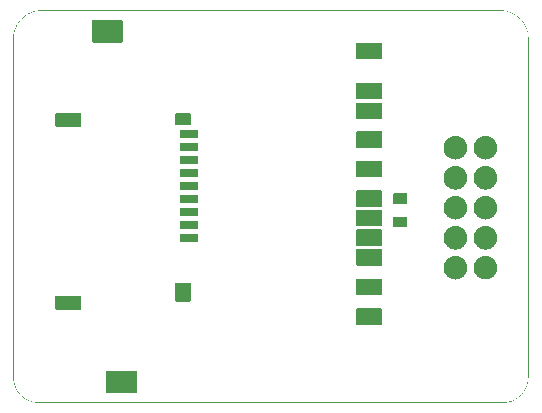
<source format=gts>
%FSLAX46Y46*%
%MOMM*%
%LPD*%
G01*
%ADD10C,0.050000*%
D10*
%LPD*%
%LPD*%
G36*
X0006498742Y0036853472D02*
G01*
X0006438992Y0036848923D01*
X0006379660Y0036842895D01*
X0006320771Y0036835406D01*
X0006262336Y0036826474D01*
X0006204380Y0036816119D01*
X0006146915Y0036804358D01*
X0006089967Y0036791211D01*
X0006033548Y0036776694D01*
X0005977679Y0036760827D01*
X0005922381Y0036743629D01*
X0005867668Y0036725117D01*
X0005813561Y0036705309D01*
X0005760079Y0036684225D01*
X0005707240Y0036661884D01*
X0005655062Y0036638301D01*
X0005603565Y0036613498D01*
X0005552767Y0036587492D01*
X0005502685Y0036560301D01*
X0005453341Y0036531943D01*
X0005404752Y0036502439D01*
X0005356936Y0036471804D01*
X0005309912Y0036440057D01*
X0005263700Y0036407220D01*
X0005218318Y0036373308D01*
X0005173784Y0036338340D01*
X0005130117Y0036302334D01*
X0005087336Y0036265310D01*
X0005045461Y0036227287D01*
X0005004509Y0036188281D01*
X0004964498Y0036148312D01*
X0004925449Y0036107397D01*
X0004887379Y0036065557D01*
X0004850308Y0036022809D01*
X0004814254Y0035979172D01*
X0004779234Y0035934662D01*
X0004745270Y0035889301D01*
X0004712380Y0035843107D01*
X0004680580Y0035796097D01*
X0004649891Y0035748289D01*
X0004620332Y0035699703D01*
X0004591920Y0035650358D01*
X0004564674Y0035600270D01*
X0004538614Y0035549460D01*
X0004513758Y0035497944D01*
X0004490123Y0035445743D01*
X0004467730Y0035392872D01*
X0004446597Y0035339354D01*
X0004426741Y0035285203D01*
X0004408183Y0035230441D01*
X0004390940Y0035175082D01*
X0004375032Y0035119149D01*
X0004360476Y0035062657D01*
X0004347292Y0035005627D01*
X0004335497Y0034948073D01*
X0004325112Y0034890018D01*
X0004316154Y0034831477D01*
X0004308643Y0034772470D01*
X0004302596Y0034713015D01*
X0004298032Y0034653128D01*
X0004294971Y0034592830D01*
X0004293431Y0034532102D01*
X0004293302Y0034501593D01*
X0004293302Y0005930220D01*
X0004293419Y0005899714D01*
X0004294824Y0005839107D01*
X0004297615Y0005779085D01*
X0004301778Y0005719625D01*
X0004307297Y0005660742D01*
X0004314156Y0005602445D01*
X0004322339Y0005544754D01*
X0004331829Y0005487676D01*
X0004342612Y0005431228D01*
X0004354671Y0005375422D01*
X0004367991Y0005320270D01*
X0004382555Y0005265786D01*
X0004398348Y0005211985D01*
X0004415353Y0005158879D01*
X0004433556Y0005106479D01*
X0004452940Y0005054801D01*
X0004473490Y0005003857D01*
X0004495189Y0004953662D01*
X0004518023Y0004904227D01*
X0004541974Y0004855568D01*
X0004567029Y0004807692D01*
X0004593170Y0004760620D01*
X0004620382Y0004714361D01*
X0004648650Y0004668929D01*
X0004677958Y0004624336D01*
X0004708289Y0004580600D01*
X0004739630Y0004537727D01*
X0004771962Y0004495737D01*
X0004805272Y0004454639D01*
X0004839543Y0004414449D01*
X0004874761Y0004375178D01*
X0004910909Y0004336840D01*
X0004947970Y0004299452D01*
X0004985932Y0004263021D01*
X0005024776Y0004227565D01*
X0005064488Y0004193095D01*
X0005105052Y0004159627D01*
X0005146454Y0004127170D01*
X0005188676Y0004095741D01*
X0005231703Y0004065353D01*
X0005275521Y0004036019D01*
X0005320113Y0004007751D01*
X0005365463Y0003980564D01*
X0005411556Y0003954472D01*
X0005458379Y0003929486D01*
X0005505912Y0003905621D01*
X0005554141Y0003882892D01*
X0005603052Y0003861309D01*
X0005652630Y0003840888D01*
X0005702855Y0003821642D01*
X0005753717Y0003803583D01*
X0005805199Y0003786726D01*
X0005857281Y0003771085D01*
X0005909953Y0003756673D01*
X0005963198Y0003743503D01*
X0006016999Y0003731588D01*
X0006071342Y0003720943D01*
X0006126212Y0003711581D01*
X0006181591Y0003703515D01*
X0006237465Y0003696760D01*
X0006293821Y0003691328D01*
X0006350640Y0003687234D01*
X0006407907Y0003684491D01*
X0006465642Y0003683112D01*
X0006494668Y0003682997D01*
X0045698751Y0003682997D01*
X0045724472Y0003683112D01*
X0045775898Y0003684489D01*
X0045827195Y0003687227D01*
X0045878381Y0003691315D01*
X0045929432Y0003696739D01*
X0045980289Y0003703481D01*
X0046056311Y0003715892D01*
X0046156905Y0003737171D01*
X0046256410Y0003763495D01*
X0046354673Y0003794765D01*
X0046451506Y0003830874D01*
X0046546722Y0003871716D01*
X0046640130Y0003917183D01*
X0046731543Y0003967167D01*
X0046820772Y0004021562D01*
X0046907628Y0004080259D01*
X0046991923Y0004143151D01*
X0047073468Y0004210128D01*
X0047152075Y0004281083D01*
X0047227556Y0004355908D01*
X0047299723Y0004434494D01*
X0047368388Y0004516731D01*
X0047433364Y0004602514D01*
X0047494483Y0004691761D01*
X0047537521Y0004760969D01*
X0047564969Y0004808022D01*
X0047591363Y0004855907D01*
X0047616658Y0004904576D01*
X0047640832Y0004954016D01*
X0047663861Y0005004214D01*
X0047685724Y0005055159D01*
X0047706395Y0005106832D01*
X0047725853Y0005159228D01*
X0047744072Y0005212326D01*
X0047761030Y0005266115D01*
X0047776704Y0005320584D01*
X0047791071Y0005375719D01*
X0047804106Y0005431505D01*
X0047815787Y0005487930D01*
X0047826090Y0005544981D01*
X0047834992Y0005602646D01*
X0047842469Y0005660909D01*
X0047848497Y0005719760D01*
X0047853054Y0005779183D01*
X0047856116Y0005839167D01*
X0047857659Y0005899738D01*
X0047857789Y0005930222D01*
X0047857789Y0034501594D01*
X0047857660Y0034532103D01*
X0047856124Y0034592832D01*
X0047853073Y0034653131D01*
X0047848524Y0034713019D01*
X0047842495Y0034772476D01*
X0047835006Y0034831485D01*
X0047826075Y0034890025D01*
X0047815719Y0034948083D01*
X0047803958Y0035005636D01*
X0047790810Y0035062668D01*
X0047776293Y0035119160D01*
X0047760427Y0035175095D01*
X0047743228Y0035230453D01*
X0047724716Y0035285216D01*
X0047704909Y0035339367D01*
X0047683825Y0035392885D01*
X0047661483Y0035445756D01*
X0047637901Y0035497957D01*
X0047613098Y0035549474D01*
X0047587092Y0035600283D01*
X0047559901Y0035650371D01*
X0047531544Y0035699717D01*
X0047502040Y0035748301D01*
X0047471405Y0035796109D01*
X0047439660Y0035843119D01*
X0047406823Y0035889312D01*
X0047372911Y0035934673D01*
X0047337944Y0035979180D01*
X0047301939Y0036022818D01*
X0047264916Y0036065565D01*
X0047226893Y0036107405D01*
X0047187887Y0036148319D01*
X0047147920Y0036188286D01*
X0047107005Y0036227292D01*
X0047065166Y0036265315D01*
X0047022419Y0036302338D01*
X0046978781Y0036338343D01*
X0046934274Y0036373310D01*
X0046888913Y0036407222D01*
X0046842719Y0036440059D01*
X0046795710Y0036471804D01*
X0046747902Y0036502439D01*
X0046699318Y0036531943D01*
X0046649972Y0036560300D01*
X0046599883Y0036587492D01*
X0046549074Y0036613497D01*
X0046497558Y0036638301D01*
X0046445357Y0036661882D01*
X0046392486Y0036684225D01*
X0046338968Y0036705308D01*
X0046284817Y0036725115D01*
X0046230054Y0036743627D01*
X0046174695Y0036760826D01*
X0046118761Y0036776693D01*
X0046062268Y0036791209D01*
X0046005236Y0036804357D01*
X0045947684Y0036816118D01*
X0045889626Y0036826474D01*
X0045831086Y0036835405D01*
X0045772077Y0036842895D01*
X0045712620Y0036848923D01*
X0045652732Y0036853472D01*
X0045592433Y0036856523D01*
X0045531703Y0036858059D01*
X0045501194Y0036858188D01*
X0006649896Y0036858188D01*
X0045599205Y0036891504D01*
X0045654960Y0036888682D01*
X0045715736Y0036884066D01*
X0045776078Y0036877948D01*
X0045835967Y0036870347D01*
X0045895385Y0036861281D01*
X0045954313Y0036850770D01*
X0046012732Y0036838832D01*
X0046070623Y0036825486D01*
X0046127966Y0036810751D01*
X0046184744Y0036794645D01*
X0046240937Y0036777187D01*
X0046296527Y0036758396D01*
X0046351494Y0036738290D01*
X0046405820Y0036716888D01*
X0046459487Y0036694210D01*
X0046512474Y0036670273D01*
X0046564765Y0036645096D01*
X0046616339Y0036618699D01*
X0046667178Y0036591100D01*
X0046717264Y0036562318D01*
X0046766577Y0036532371D01*
X0046815100Y0036501278D01*
X0046862813Y0036469058D01*
X0046909698Y0036435730D01*
X0046955735Y0036401312D01*
X0047000908Y0036365823D01*
X0047045195Y0036329281D01*
X0047088580Y0036291706D01*
X0047131044Y0036253116D01*
X0047172566Y0036213530D01*
X0047213130Y0036172966D01*
X0047252717Y0036131443D01*
X0047291307Y0036088979D01*
X0047328882Y0036045595D01*
X0047365423Y0036001307D01*
X0047400913Y0035956135D01*
X0047435331Y0035910097D01*
X0047468659Y0035863212D01*
X0047500879Y0035815499D01*
X0047531972Y0035766977D01*
X0047561919Y0035717663D01*
X0047590701Y0035667577D01*
X0047618300Y0035616738D01*
X0047644697Y0035565164D01*
X0047669874Y0035512873D01*
X0047693810Y0035459886D01*
X0047716489Y0035406219D01*
X0047737891Y0035351893D01*
X0047757996Y0035296926D01*
X0047776788Y0035241336D01*
X0047794246Y0035185143D01*
X0047810352Y0035128365D01*
X0047825087Y0035071022D01*
X0047838433Y0035013131D01*
X0047850371Y0034954712D01*
X0047860882Y0034895784D01*
X0047869947Y0034836366D01*
X0047877548Y0034776477D01*
X0047883667Y0034716135D01*
X0047888283Y0034655360D01*
X0047891379Y0034594170D01*
X0047892936Y0034532622D01*
X0047893066Y0034501672D01*
X0047893066Y0005930151D01*
X0047892935Y0005899213D01*
X0047891371Y0005837819D01*
X0047888263Y0005776935D01*
X0047883637Y0005716613D01*
X0047877517Y0005656866D01*
X0047869925Y0005597708D01*
X0047860886Y0005539155D01*
X0047850423Y0005481219D01*
X0047838561Y0005423915D01*
X0047825321Y0005367256D01*
X0047810730Y0005311258D01*
X0047794809Y0005255933D01*
X0047777584Y0005201296D01*
X0047759077Y0005147360D01*
X0047739313Y0005094140D01*
X0047718315Y0005041649D01*
X0047696108Y0004989901D01*
X0047672715Y0004938911D01*
X0047648160Y0004888691D01*
X0047622466Y0004839255D01*
X0047595658Y0004790618D01*
X0047567741Y0004742762D01*
X0047524030Y0004672471D01*
X0047461994Y0004581885D01*
X0047396004Y0004494764D01*
X0047326269Y0004411245D01*
X0047252980Y0004331437D01*
X0047176325Y0004255449D01*
X0047096495Y0004183390D01*
X0047013678Y0004115368D01*
X0046928064Y0004051492D01*
X0046839840Y0003991870D01*
X0046749197Y0003936613D01*
X0046656322Y0003885829D01*
X0046561403Y0003839627D01*
X0046464630Y0003798117D01*
X0046366192Y0003761409D01*
X0046266276Y0003729614D01*
X0046165072Y0003702840D01*
X0046062806Y0003681207D01*
X0045985450Y0003668579D01*
X0045933615Y0003661707D01*
X0045881650Y0003656186D01*
X0045829540Y0003652024D01*
X0045777310Y0003649236D01*
X0045725024Y0003647836D01*
X0045698830Y0003647719D01*
X0006494598Y0003647719D01*
X0006465152Y0003647836D01*
X0006406642Y0003649234D01*
X0006348528Y0003652017D01*
X0006290860Y0003656173D01*
X0006233656Y0003661686D01*
X0006176931Y0003668544D01*
X0006120702Y0003676734D01*
X0006064984Y0003686240D01*
X0006009793Y0003697051D01*
X0005955147Y0003709153D01*
X0005901061Y0003722531D01*
X0005847551Y0003737173D01*
X0005794634Y0003753065D01*
X0005742325Y0003770193D01*
X0005690641Y0003788543D01*
X0005639598Y0003808102D01*
X0005589212Y0003828857D01*
X0005539499Y0003850793D01*
X0005490475Y0003873897D01*
X0005442157Y0003898156D01*
X0005394560Y0003923555D01*
X0005347701Y0003950081D01*
X0005301596Y0003977720D01*
X0005256261Y0004006459D01*
X0005211712Y0004036283D01*
X0005167965Y0004067180D01*
X0005125036Y0004099135D01*
X0005082941Y0004132134D01*
X0005041697Y0004166165D01*
X0005001319Y0004201212D01*
X0004961823Y0004237263D01*
X0004923226Y0004274303D01*
X0004885543Y0004312319D01*
X0004848791Y0004351297D01*
X0004812986Y0004391224D01*
X0004778143Y0004432084D01*
X0004744279Y0004473865D01*
X0004711409Y0004516553D01*
X0004679550Y0004560134D01*
X0004648718Y0004604594D01*
X0004618929Y0004649919D01*
X0004590198Y0004696096D01*
X0004562541Y0004743110D01*
X0004535975Y0004790948D01*
X0004510516Y0004839595D01*
X0004486179Y0004889039D01*
X0004462980Y0004939265D01*
X0004440936Y0004990258D01*
X0004420062Y0005042006D01*
X0004400374Y0005094494D01*
X0004381888Y0005147709D01*
X0004364619Y0005201636D01*
X0004348585Y0005256262D01*
X0004333799Y0005311572D01*
X0004320279Y0005367554D01*
X0004308041Y0005424192D01*
X0004297099Y0005481473D01*
X0004287470Y0005539382D01*
X0004279169Y0005597907D01*
X0004272212Y0005657033D01*
X0004266616Y0005716747D01*
X0004262395Y0005777033D01*
X0004259565Y0005837879D01*
X0004258143Y0005899237D01*
X0004258024Y0005930155D01*
X0004258024Y0034501672D01*
X0004258155Y0034532623D01*
X0004259716Y0034594172D01*
X0004262823Y0034655363D01*
X0004267454Y0034716140D01*
X0004273591Y0034776483D01*
X0004281215Y0034836373D01*
X0004290308Y0034895793D01*
X0004300849Y0034954722D01*
X0004312821Y0035013141D01*
X0004326204Y0035071033D01*
X0004340979Y0035128377D01*
X0004357128Y0035185155D01*
X0004374631Y0035241349D01*
X0004393470Y0035296939D01*
X0004413625Y0035351906D01*
X0004435077Y0035406233D01*
X0004457808Y0035459899D01*
X0004481798Y0035512887D01*
X0004507028Y0035565177D01*
X0004533480Y0035616751D01*
X0004561134Y0035667590D01*
X0004589972Y0035717676D01*
X0004619974Y0035766989D01*
X0004651122Y0035815511D01*
X0004683396Y0035863223D01*
X0004716778Y0035910108D01*
X0004751249Y0035956145D01*
X0004786789Y0036001316D01*
X0004823380Y0036045603D01*
X0004861003Y0036088988D01*
X0004899639Y0036131450D01*
X0004939268Y0036172972D01*
X0004979873Y0036213536D01*
X0005021434Y0036253121D01*
X0005063933Y0036291711D01*
X0005107350Y0036329285D01*
X0005151666Y0036365826D01*
X0005196863Y0036401314D01*
X0005242922Y0036435732D01*
X0005289823Y0036469060D01*
X0005337548Y0036501279D01*
X0005386078Y0036532371D01*
X0005435395Y0036562318D01*
X0005485478Y0036591100D01*
X0005536310Y0036618699D01*
X0005587870Y0036645096D01*
X0005640141Y0036670272D01*
X0005693104Y0036694208D01*
X0005746739Y0036716887D01*
X0005801027Y0036738288D01*
X0005855949Y0036758394D01*
X0005911487Y0036777185D01*
X0005967621Y0036794643D01*
X0006024332Y0036810750D01*
X0006081602Y0036825485D01*
X0006139410Y0036838831D01*
X0006197739Y0036850769D01*
X0006256568Y0036861280D01*
X0006269795Y0036863302D01*
X0006619469Y0036858059D01*
X0006558896Y0036856523D01*
G37*
G36*
X0045532223Y0036893335D02*
G01*
X0045593771Y0036891779D01*
X0045599205Y0036891504D01*
X0006649896Y0036858188D01*
X0006619469Y0036858059D01*
X0006269795Y0036863302D01*
X0006315879Y0036870346D01*
X0006375652Y0036877947D01*
X0006435869Y0036884065D01*
X0006496509Y0036888682D01*
X0006557555Y0036891778D01*
X0006618949Y0036893335D01*
X0006649818Y0036893466D01*
X0045501273Y0036893466D01*
G37*
%LPD*%
G36*
X0035411690Y0034120277D02*
G01*
X0035431368Y0034116204D01*
X0035449228Y0034108515D01*
X0035464937Y0034097663D01*
X0035478167Y0034084103D01*
X0035488585Y0034068290D01*
X0035495861Y0034050679D01*
X0035499664Y0034031724D01*
X0035499995Y0034021857D01*
X0035499995Y0032829469D01*
X0035499636Y0032818996D01*
X0035495564Y0032799318D01*
X0035487875Y0032781459D01*
X0035477023Y0032765749D01*
X0035463463Y0032752520D01*
X0035447650Y0032742102D01*
X0035430039Y0032734826D01*
X0035411084Y0032731022D01*
X0035401217Y0032730692D01*
X0033376274Y0032730692D01*
X0033365801Y0032731050D01*
X0033346123Y0032735122D01*
X0033328264Y0032742812D01*
X0033312554Y0032753664D01*
X0033299325Y0032767223D01*
X0033288907Y0032783036D01*
X0033281631Y0032800648D01*
X0033277827Y0032819603D01*
X0033277497Y0032829469D01*
X0033277497Y0034021857D01*
X0033277855Y0034032330D01*
X0033281927Y0034052009D01*
X0033289617Y0034069868D01*
X0033300469Y0034085578D01*
X0033314029Y0034098807D01*
X0033329841Y0034109225D01*
X0033347453Y0034116501D01*
X0033366408Y0034120304D01*
X0033376274Y0034120635D01*
X0035401217Y0034120635D01*
G37*
%LPD*%
G36*
X0035411690Y0030768891D02*
G01*
X0035431368Y0030764819D01*
X0035449228Y0030757129D01*
X0035464937Y0030746277D01*
X0035478167Y0030732717D01*
X0035488585Y0030716904D01*
X0035495861Y0030699293D01*
X0035499664Y0030680338D01*
X0035499995Y0030670471D01*
X0035499995Y0029478084D01*
X0035499636Y0029467611D01*
X0035495564Y0029447932D01*
X0035487875Y0029430073D01*
X0035477023Y0029414363D01*
X0035463463Y0029401134D01*
X0035447650Y0029390716D01*
X0035430039Y0029383440D01*
X0035411084Y0029379637D01*
X0035401217Y0029379306D01*
X0033376274Y0029379306D01*
X0033365801Y0029379664D01*
X0033346123Y0029383736D01*
X0033328264Y0029391426D01*
X0033312554Y0029402278D01*
X0033299325Y0029415838D01*
X0033288907Y0029431651D01*
X0033281631Y0029449262D01*
X0033277827Y0029468217D01*
X0033277497Y0029478084D01*
X0033277497Y0030670471D01*
X0033277855Y0030680944D01*
X0033281927Y0030700623D01*
X0033289617Y0030718482D01*
X0033300469Y0030734192D01*
X0033314029Y0030747421D01*
X0033329841Y0030757839D01*
X0033347453Y0030765115D01*
X0033366408Y0030768918D01*
X0033376274Y0030769249D01*
X0035401217Y0030769249D01*
G37*
%LPD*%
G36*
X0035411690Y0029075559D02*
G01*
X0035431368Y0029071487D01*
X0035449228Y0029063797D01*
X0035464937Y0029052945D01*
X0035478167Y0029039386D01*
X0035488585Y0029023573D01*
X0035495861Y0029005961D01*
X0035499664Y0028987006D01*
X0035499995Y0028977140D01*
X0035499995Y0027784752D01*
X0035499636Y0027774279D01*
X0035495564Y0027754600D01*
X0035487875Y0027736741D01*
X0035477023Y0027721031D01*
X0035463463Y0027707802D01*
X0035447650Y0027697384D01*
X0035430039Y0027690108D01*
X0035411084Y0027686305D01*
X0035401217Y0027685974D01*
X0033376274Y0027685974D01*
X0033365801Y0027686332D01*
X0033346123Y0027690405D01*
X0033328264Y0027698094D01*
X0033312554Y0027708946D01*
X0033299325Y0027722506D01*
X0033288907Y0027738319D01*
X0033281631Y0027755930D01*
X0033277827Y0027774885D01*
X0033277497Y0027784752D01*
X0033277497Y0028977140D01*
X0033277855Y0028987613D01*
X0033281927Y0029007291D01*
X0033289617Y0029025150D01*
X0033300469Y0029040860D01*
X0033314029Y0029054089D01*
X0033329841Y0029064507D01*
X0033347453Y0029071783D01*
X0033366408Y0029075587D01*
X0033376274Y0029075917D01*
X0035401217Y0029075917D01*
G37*
%LPD*%
G36*
X0035411690Y0026637867D02*
G01*
X0035431368Y0026633795D01*
X0035449228Y0026626105D01*
X0035464937Y0026615253D01*
X0035478167Y0026601693D01*
X0035488585Y0026585880D01*
X0035495861Y0026568269D01*
X0035499664Y0026549314D01*
X0035499995Y0026539447D01*
X0035499995Y0025347060D01*
X0035499636Y0025336587D01*
X0035495564Y0025316908D01*
X0035487875Y0025299049D01*
X0035477023Y0025283339D01*
X0035463463Y0025270110D01*
X0035447650Y0025259692D01*
X0035430039Y0025252416D01*
X0035411084Y0025248613D01*
X0035401217Y0025248282D01*
X0033376274Y0025248282D01*
X0033365801Y0025248640D01*
X0033346123Y0025252712D01*
X0033328264Y0025260402D01*
X0033312554Y0025271254D01*
X0033299325Y0025284814D01*
X0033288907Y0025300627D01*
X0033281631Y0025318238D01*
X0033277827Y0025337193D01*
X0033277497Y0025347060D01*
X0033277497Y0026539447D01*
X0033277855Y0026549921D01*
X0033281927Y0026569599D01*
X0033289617Y0026587458D01*
X0033300469Y0026603168D01*
X0033314029Y0026616397D01*
X0033329841Y0026626815D01*
X0033347453Y0026634091D01*
X0033366408Y0026637894D01*
X0033376274Y0026638225D01*
X0035401217Y0026638225D01*
G37*
%LPD*%
G36*
X0035411690Y0024154314D02*
G01*
X0035431368Y0024150242D01*
X0035449228Y0024142552D01*
X0035464937Y0024131700D01*
X0035478167Y0024118140D01*
X0035488585Y0024102327D01*
X0035495861Y0024084716D01*
X0035499664Y0024065761D01*
X0035499995Y0024055894D01*
X0035499995Y0022863506D01*
X0035499636Y0022853033D01*
X0035495564Y0022833355D01*
X0035487875Y0022815496D01*
X0035477023Y0022799786D01*
X0035463463Y0022786557D01*
X0035447650Y0022776139D01*
X0035430039Y0022768863D01*
X0035411084Y0022765060D01*
X0035401217Y0022764729D01*
X0033376274Y0022764729D01*
X0033365801Y0022765087D01*
X0033346123Y0022769159D01*
X0033328264Y0022776849D01*
X0033312554Y0022787701D01*
X0033299325Y0022801261D01*
X0033288907Y0022817074D01*
X0033281631Y0022834685D01*
X0033277827Y0022853640D01*
X0033277497Y0022863506D01*
X0033277497Y0024055894D01*
X0033277855Y0024066367D01*
X0033281927Y0024086046D01*
X0033289617Y0024103905D01*
X0033300469Y0024119615D01*
X0033314029Y0024132844D01*
X0033329841Y0024143262D01*
X0033347453Y0024150538D01*
X0033366408Y0024154341D01*
X0033376274Y0024154672D01*
X0035401217Y0024154672D01*
G37*
%LPD*%
G36*
X0035411690Y0021639010D02*
G01*
X0035431368Y0021634938D01*
X0035449228Y0021627249D01*
X0035464937Y0021616397D01*
X0035478167Y0021602837D01*
X0035488585Y0021587024D01*
X0035495861Y0021569413D01*
X0035499664Y0021550458D01*
X0035499995Y0021540591D01*
X0035499995Y0020348203D01*
X0035499636Y0020337730D01*
X0035495564Y0020318052D01*
X0035487875Y0020300192D01*
X0035477023Y0020284483D01*
X0035463463Y0020271254D01*
X0035447650Y0020260836D01*
X0035430039Y0020253560D01*
X0035411084Y0020249756D01*
X0035401217Y0020249426D01*
X0033376274Y0020249426D01*
X0033365801Y0020249784D01*
X0033346123Y0020253856D01*
X0033328264Y0020261545D01*
X0033312554Y0020272397D01*
X0033299325Y0020285957D01*
X0033288907Y0020301770D01*
X0033281631Y0020319382D01*
X0033277827Y0020338336D01*
X0033277497Y0020348203D01*
X0033277497Y0021540591D01*
X0033277855Y0021551064D01*
X0033281927Y0021570742D01*
X0033289617Y0021588602D01*
X0033300469Y0021604311D01*
X0033314029Y0021617541D01*
X0033329841Y0021627959D01*
X0033347453Y0021635235D01*
X0033366408Y0021639038D01*
X0033376274Y0021639369D01*
X0035401217Y0021639369D01*
G37*
%LPD*%
G36*
X0035411690Y0019991540D02*
G01*
X0035431368Y0019987468D01*
X0035449228Y0019979778D01*
X0035464937Y0019968926D01*
X0035478167Y0019955366D01*
X0035488585Y0019939553D01*
X0035495861Y0019921942D01*
X0035499664Y0019902987D01*
X0035499995Y0019893120D01*
X0035499995Y0018700733D01*
X0035499636Y0018690259D01*
X0035495564Y0018670581D01*
X0035487875Y0018652722D01*
X0035477023Y0018637012D01*
X0035463463Y0018623783D01*
X0035447650Y0018613365D01*
X0035430039Y0018606089D01*
X0035411084Y0018602286D01*
X0035401217Y0018601955D01*
X0033376274Y0018601955D01*
X0033365801Y0018602313D01*
X0033346123Y0018606385D01*
X0033328264Y0018614075D01*
X0033312554Y0018624927D01*
X0033299325Y0018638487D01*
X0033288907Y0018654300D01*
X0033281631Y0018671911D01*
X0033277827Y0018690866D01*
X0033277497Y0018700733D01*
X0033277497Y0019893120D01*
X0033277855Y0019903593D01*
X0033281927Y0019923272D01*
X0033289617Y0019941131D01*
X0033300469Y0019956841D01*
X0033314029Y0019970070D01*
X0033329841Y0019980488D01*
X0033347453Y0019987764D01*
X0033366408Y0019991567D01*
X0033376274Y0019991898D01*
X0035401217Y0019991898D01*
G37*
%LPD*%
G36*
X0035411690Y0018333486D02*
G01*
X0035431368Y0018329414D01*
X0035449228Y0018321724D01*
X0035464937Y0018310872D01*
X0035478167Y0018297312D01*
X0035488585Y0018281499D01*
X0035495861Y0018263888D01*
X0035499664Y0018244933D01*
X0035499995Y0018235066D01*
X0035499995Y0017042679D01*
X0035499636Y0017032205D01*
X0035495564Y0017012527D01*
X0035487875Y0016994668D01*
X0035477023Y0016978958D01*
X0035463463Y0016965729D01*
X0035447650Y0016955311D01*
X0035430039Y0016948035D01*
X0035411084Y0016944232D01*
X0035401217Y0016943901D01*
X0033376274Y0016943901D01*
X0033365801Y0016944259D01*
X0033346123Y0016948331D01*
X0033328264Y0016956021D01*
X0033312554Y0016966873D01*
X0033299325Y0016980433D01*
X0033288907Y0016996246D01*
X0033281631Y0017013857D01*
X0033277827Y0017032812D01*
X0033277497Y0017042679D01*
X0033277497Y0018235066D01*
X0033277855Y0018245539D01*
X0033281927Y0018265218D01*
X0033289617Y0018283077D01*
X0033300469Y0018298787D01*
X0033314029Y0018312016D01*
X0033329841Y0018322434D01*
X0033347453Y0018329710D01*
X0033366408Y0018333513D01*
X0033376274Y0018333844D01*
X0035401217Y0018333844D01*
G37*
%LPD*%
G36*
X0035411690Y0016657793D02*
G01*
X0035431368Y0016653721D01*
X0035449228Y0016646031D01*
X0035464937Y0016635179D01*
X0035478167Y0016621619D01*
X0035488585Y0016605806D01*
X0035495861Y0016588195D01*
X0035499664Y0016569240D01*
X0035499995Y0016559373D01*
X0035499995Y0015366986D01*
X0035499636Y0015356513D01*
X0035495564Y0015336834D01*
X0035487875Y0015318975D01*
X0035477023Y0015303265D01*
X0035463463Y0015290036D01*
X0035447650Y0015279618D01*
X0035430039Y0015272342D01*
X0035411084Y0015268539D01*
X0035401217Y0015268208D01*
X0033376274Y0015268208D01*
X0033365801Y0015268566D01*
X0033346123Y0015272638D01*
X0033328264Y0015280328D01*
X0033312554Y0015291180D01*
X0033299325Y0015304740D01*
X0033288907Y0015320553D01*
X0033281631Y0015338164D01*
X0033277827Y0015357119D01*
X0033277497Y0015366986D01*
X0033277497Y0016559373D01*
X0033277855Y0016569847D01*
X0033281927Y0016589525D01*
X0033289617Y0016607384D01*
X0033300469Y0016623094D01*
X0033314029Y0016636323D01*
X0033329841Y0016646741D01*
X0033347453Y0016654017D01*
X0033366408Y0016657820D01*
X0033376274Y0016658151D01*
X0035401217Y0016658151D01*
G37*
%LPD*%
G36*
X0035411690Y0014142490D02*
G01*
X0035431368Y0014138418D01*
X0035449228Y0014130728D01*
X0035464937Y0014119876D01*
X0035478167Y0014106316D01*
X0035488585Y0014090503D01*
X0035495861Y0014072892D01*
X0035499664Y0014053937D01*
X0035499995Y0014044070D01*
X0035499995Y0012851682D01*
X0035499636Y0012841209D01*
X0035495564Y0012821531D01*
X0035487875Y0012803672D01*
X0035477023Y0012787962D01*
X0035463463Y0012774733D01*
X0035447650Y0012764315D01*
X0035430039Y0012757039D01*
X0035411084Y0012753236D01*
X0035401217Y0012752905D01*
X0033376274Y0012752905D01*
X0033365801Y0012753263D01*
X0033346123Y0012757335D01*
X0033328264Y0012765025D01*
X0033312554Y0012775877D01*
X0033299325Y0012789437D01*
X0033288907Y0012805250D01*
X0033281631Y0012822861D01*
X0033277827Y0012841816D01*
X0033277497Y0012851682D01*
X0033277497Y0014044070D01*
X0033277855Y0014054543D01*
X0033281927Y0014074222D01*
X0033289617Y0014092081D01*
X0033300469Y0014107791D01*
X0033314029Y0014121020D01*
X0033329841Y0014131438D01*
X0033347453Y0014138714D01*
X0033366408Y0014142517D01*
X0033376274Y0014142848D01*
X0035401217Y0014142848D01*
G37*
%LPD*%
G36*
X0035411690Y0011644825D02*
G01*
X0035431368Y0011640753D01*
X0035449228Y0011633064D01*
X0035464937Y0011622212D01*
X0035478167Y0011608652D01*
X0035488585Y0011592839D01*
X0035495861Y0011575228D01*
X0035499664Y0011556273D01*
X0035499995Y0011546406D01*
X0035499995Y0010354018D01*
X0035499636Y0010343545D01*
X0035495564Y0010323867D01*
X0035487875Y0010306007D01*
X0035477023Y0010290298D01*
X0035463463Y0010277069D01*
X0035447650Y0010266651D01*
X0035430039Y0010259375D01*
X0035411084Y0010255571D01*
X0035401217Y0010255240D01*
X0033376274Y0010255240D01*
X0033365801Y0010255599D01*
X0033346123Y0010259671D01*
X0033328264Y0010267360D01*
X0033312554Y0010278212D01*
X0033299325Y0010291772D01*
X0033288907Y0010307585D01*
X0033281631Y0010325196D01*
X0033277827Y0010344151D01*
X0033277497Y0010354018D01*
X0033277497Y0011546406D01*
X0033277855Y0011556879D01*
X0033281927Y0011576557D01*
X0033289617Y0011594417D01*
X0033300469Y0011610126D01*
X0033314029Y0011623355D01*
X0033329841Y0011633773D01*
X0033347453Y0011641049D01*
X0033366408Y0011644853D01*
X0033376274Y0011645184D01*
X0035401217Y0011645184D01*
G37*
%LPD*%
G36*
X0013430127Y0036074664D02*
G01*
X0013449806Y0036070592D01*
X0013467665Y0036062902D01*
X0013483375Y0036052050D01*
X0013496604Y0036038490D01*
X0013507022Y0036022677D01*
X0013514298Y0036005066D01*
X0013518101Y0035986111D01*
X0013518432Y0035976244D01*
X0013518432Y0034254690D01*
X0013518074Y0034244217D01*
X0013514001Y0034224539D01*
X0013506312Y0034206679D01*
X0013495460Y0034190970D01*
X0013481900Y0034177741D01*
X0013466087Y0034167323D01*
X0013448476Y0034160047D01*
X0013429521Y0034156243D01*
X0013419654Y0034155913D01*
X0011041934Y0034155913D01*
X0011031461Y0034156271D01*
X0011011783Y0034160343D01*
X0010993923Y0034168032D01*
X0010978214Y0034178884D01*
X0010964985Y0034192444D01*
X0010954567Y0034208257D01*
X0010947291Y0034225869D01*
X0010943487Y0034244824D01*
X0010943156Y0034254690D01*
X0010943156Y0035976244D01*
X0010943515Y0035986717D01*
X0010947587Y0036006396D01*
X0010955276Y0036024255D01*
X0010966128Y0036039965D01*
X0010979688Y0036053194D01*
X0010995501Y0036063612D01*
X0011013113Y0036070888D01*
X0011032067Y0036074691D01*
X0011041934Y0036075022D01*
X0013419654Y0036075022D01*
G37*
%LPD*%
G36*
X0014618987Y0006384914D02*
G01*
X0014638666Y0006380841D01*
X0014656525Y0006373152D01*
X0014672235Y0006362300D01*
X0014685464Y0006348740D01*
X0014695882Y0006332927D01*
X0014703158Y0006315316D01*
X0014706961Y0006296361D01*
X0014707292Y0006286494D01*
X0014707292Y0004564940D01*
X0014706934Y0004554467D01*
X0014702861Y0004534789D01*
X0014695172Y0004516929D01*
X0014684320Y0004501220D01*
X0014670760Y0004487991D01*
X0014654947Y0004477573D01*
X0014637336Y0004470297D01*
X0014618381Y0004466493D01*
X0014608514Y0004466163D01*
X0012230794Y0004466163D01*
X0012220321Y0004466521D01*
X0012200643Y0004470593D01*
X0012182783Y0004478282D01*
X0012167074Y0004489134D01*
X0012153845Y0004502694D01*
X0012143427Y0004518507D01*
X0012136151Y0004536119D01*
X0012132347Y0004555073D01*
X0012132016Y0004564940D01*
X0012132016Y0006286494D01*
X0012132375Y0006296967D01*
X0012136447Y0006316646D01*
X0012144136Y0006334505D01*
X0012154988Y0006350215D01*
X0012168548Y0006363444D01*
X0012184361Y0006373862D01*
X0012201973Y0006381138D01*
X0012220927Y0006384941D01*
X0012230794Y0006385272D01*
X0014608514Y0006385272D01*
G37*
%LPD*%
G36*
X0044267730Y0016093325D02*
G01*
X0044319003Y0016090421D01*
X0044369562Y0016085007D01*
X0044419344Y0016077144D01*
X0044468287Y0016066897D01*
X0044516328Y0016054327D01*
X0044563404Y0016039497D01*
X0044609452Y0016022470D01*
X0044654411Y0016003308D01*
X0044698216Y0015982075D01*
X0044740807Y0015958832D01*
X0044782119Y0015933643D01*
X0044822091Y0015906570D01*
X0044860659Y0015877675D01*
X0044897761Y0015847022D01*
X0044933335Y0015814673D01*
X0044967318Y0015780690D01*
X0044999646Y0015745137D01*
X0045030258Y0015708076D01*
X0045059090Y0015669570D01*
X0045086081Y0015629681D01*
X0045111167Y0015588472D01*
X0045134286Y0015546006D01*
X0045155374Y0015502345D01*
X0045174371Y0015457552D01*
X0045191212Y0015411689D01*
X0045205835Y0015364820D01*
X0045218177Y0015317007D01*
X0045228177Y0015268312D01*
X0045235770Y0015218799D01*
X0045240895Y0015168529D01*
X0045243489Y0015117566D01*
X0045243708Y0015091819D01*
X0045243489Y0015066072D01*
X0045240895Y0015015110D01*
X0045235770Y0014964842D01*
X0045228177Y0014915331D01*
X0045218177Y0014866642D01*
X0045205835Y0014818836D01*
X0045191212Y0014771979D01*
X0045174371Y0014726132D01*
X0045155374Y0014681360D01*
X0045134286Y0014637725D01*
X0045111167Y0014595291D01*
X0045086081Y0014554121D01*
X0045059090Y0014514278D01*
X0045030258Y0014475827D01*
X0044999646Y0014438829D01*
X0044967318Y0014403349D01*
X0044933335Y0014369449D01*
X0044897761Y0014337193D01*
X0044860659Y0014306645D01*
X0044822091Y0014277867D01*
X0044782119Y0014250923D01*
X0044740807Y0014225876D01*
X0044698216Y0014202789D01*
X0044654411Y0014181727D01*
X0044609452Y0014162751D01*
X0044563404Y0014145926D01*
X0044516328Y0014131314D01*
X0044468287Y0014118980D01*
X0044419344Y0014108986D01*
X0044369562Y0014101395D01*
X0044319003Y0014096271D01*
X0044267730Y0014093678D01*
X0044241820Y0014093459D01*
X0044216073Y0014093678D01*
X0044165110Y0014096271D01*
X0044114842Y0014101395D01*
X0044065332Y0014108986D01*
X0044016642Y0014118980D01*
X0043968837Y0014131314D01*
X0043921979Y0014145926D01*
X0043876133Y0014162751D01*
X0043831360Y0014181727D01*
X0043787725Y0014202789D01*
X0043745291Y0014225876D01*
X0043704121Y0014250923D01*
X0043664279Y0014277867D01*
X0043625827Y0014306645D01*
X0043588830Y0014337193D01*
X0043553349Y0014369449D01*
X0043519449Y0014403349D01*
X0043487194Y0014438829D01*
X0043456645Y0014475827D01*
X0043427867Y0014514278D01*
X0043400923Y0014554121D01*
X0043375876Y0014595291D01*
X0043352790Y0014637725D01*
X0043331727Y0014681360D01*
X0043312752Y0014726132D01*
X0043295927Y0014771979D01*
X0043281315Y0014818836D01*
X0043268980Y0014866642D01*
X0043258986Y0014915331D01*
X0043251396Y0014964842D01*
X0043246272Y0015015110D01*
X0043243678Y0015066072D01*
X0043243460Y0015091819D01*
X0043243678Y0015117730D01*
X0043246272Y0015169003D01*
X0043251396Y0015219562D01*
X0043258986Y0015269344D01*
X0043268980Y0015318287D01*
X0043281315Y0015366327D01*
X0043295927Y0015413403D01*
X0043312752Y0015459452D01*
X0043331727Y0015504410D01*
X0043352790Y0015548216D01*
X0043375876Y0015590806D01*
X0043400923Y0015632118D01*
X0043427867Y0015672090D01*
X0043456645Y0015710658D01*
X0043487194Y0015747761D01*
X0043519449Y0015783335D01*
X0043553349Y0015817317D01*
X0043588830Y0015849645D01*
X0043625827Y0015880257D01*
X0043664279Y0015909090D01*
X0043704121Y0015936080D01*
X0043745291Y0015961166D01*
X0043787725Y0015984285D01*
X0043831360Y0016005374D01*
X0043876133Y0016024370D01*
X0043921979Y0016041211D01*
X0043968837Y0016055834D01*
X0044016642Y0016068177D01*
X0044065332Y0016078176D01*
X0044114842Y0016085770D01*
X0044165110Y0016090895D01*
X0044216073Y0016093488D01*
X0044241820Y0016093707D01*
G37*
%LPD*%
G36*
X0041727733Y0016089961D02*
G01*
X0041779006Y0016087367D01*
X0041829565Y0016082242D01*
X0041879347Y0016074648D01*
X0041928289Y0016064649D01*
X0041976330Y0016052306D01*
X0042023406Y0016037683D01*
X0042069454Y0016020842D01*
X0042114413Y0016001846D01*
X0042158219Y0015980757D01*
X0042200809Y0015957638D01*
X0042242121Y0015932552D01*
X0042282093Y0015905562D01*
X0042320661Y0015876729D01*
X0042357764Y0015846118D01*
X0042393337Y0015813789D01*
X0042427320Y0015779807D01*
X0042459648Y0015744233D01*
X0042490260Y0015707131D01*
X0042519093Y0015668562D01*
X0042546083Y0015628591D01*
X0042571169Y0015587278D01*
X0042594288Y0015544688D01*
X0042615377Y0015500882D01*
X0042634373Y0015455924D01*
X0042651214Y0015409875D01*
X0042665837Y0015362799D01*
X0042678180Y0015314759D01*
X0042688179Y0015265816D01*
X0042695773Y0015216034D01*
X0042700898Y0015165475D01*
X0042703491Y0015114202D01*
X0042703710Y0015088291D01*
X0042703491Y0015062545D01*
X0042700898Y0015011582D01*
X0042695773Y0014961314D01*
X0042688179Y0014911803D01*
X0042678180Y0014863114D01*
X0042665837Y0014815309D01*
X0042651214Y0014768451D01*
X0042634373Y0014722604D01*
X0042615377Y0014677832D01*
X0042594288Y0014634197D01*
X0042571169Y0014591763D01*
X0042546083Y0014550593D01*
X0042519093Y0014510751D01*
X0042490260Y0014472299D01*
X0042459648Y0014435301D01*
X0042427320Y0014399821D01*
X0042393337Y0014365921D01*
X0042357764Y0014333665D01*
X0042320661Y0014303117D01*
X0042282093Y0014274339D01*
X0042242121Y0014247395D01*
X0042200809Y0014222348D01*
X0042158219Y0014199262D01*
X0042114413Y0014178199D01*
X0042069454Y0014159223D01*
X0042023406Y0014142398D01*
X0041976330Y0014127787D01*
X0041928289Y0014115452D01*
X0041879347Y0014105458D01*
X0041829565Y0014097867D01*
X0041779006Y0014092744D01*
X0041727733Y0014090150D01*
X0041701822Y0014089931D01*
X0041676075Y0014090150D01*
X0041625113Y0014092744D01*
X0041574845Y0014097867D01*
X0041525334Y0014105458D01*
X0041476645Y0014115452D01*
X0041428839Y0014127787D01*
X0041381982Y0014142398D01*
X0041336135Y0014159223D01*
X0041291363Y0014178199D01*
X0041247728Y0014199262D01*
X0041205294Y0014222348D01*
X0041164124Y0014247395D01*
X0041124281Y0014274339D01*
X0041085830Y0014303117D01*
X0041048832Y0014333665D01*
X0041013352Y0014365921D01*
X0040979452Y0014399821D01*
X0040947196Y0014435301D01*
X0040916648Y0014472299D01*
X0040887870Y0014510751D01*
X0040860926Y0014550593D01*
X0040835879Y0014591763D01*
X0040812792Y0014634197D01*
X0040791730Y0014677832D01*
X0040772754Y0014722604D01*
X0040755929Y0014768451D01*
X0040741317Y0014815309D01*
X0040728983Y0014863114D01*
X0040718989Y0014911803D01*
X0040711398Y0014961314D01*
X0040706274Y0015011582D01*
X0040703681Y0015062545D01*
X0040703462Y0015088291D01*
X0040703681Y0015114202D01*
X0040706274Y0015165475D01*
X0040711398Y0015216034D01*
X0040718989Y0015265816D01*
X0040728983Y0015314759D01*
X0040741317Y0015362799D01*
X0040755929Y0015409875D01*
X0040772754Y0015455924D01*
X0040791730Y0015500882D01*
X0040812792Y0015544688D01*
X0040835879Y0015587278D01*
X0040860926Y0015628591D01*
X0040887870Y0015668562D01*
X0040916648Y0015707131D01*
X0040947196Y0015744233D01*
X0040979452Y0015779807D01*
X0041013352Y0015813789D01*
X0041048832Y0015846118D01*
X0041085830Y0015876729D01*
X0041124281Y0015905562D01*
X0041164124Y0015932552D01*
X0041205294Y0015957638D01*
X0041247728Y0015980757D01*
X0041291363Y0016001846D01*
X0041336135Y0016020842D01*
X0041381982Y0016037683D01*
X0041428839Y0016052306D01*
X0041476645Y0016064649D01*
X0041525334Y0016074648D01*
X0041574845Y0016082242D01*
X0041625113Y0016087367D01*
X0041676075Y0016089961D01*
X0041701822Y0016090179D01*
G37*
%LPD*%
G36*
X0044267730Y0018626594D02*
G01*
X0044319003Y0018624311D01*
X0044369562Y0018619476D01*
X0044419344Y0018612155D01*
X0044468287Y0018602408D01*
X0044516328Y0018590301D01*
X0044563404Y0018575896D01*
X0044609452Y0018559257D01*
X0044654411Y0018540447D01*
X0044698216Y0018519529D01*
X0044740807Y0018496567D01*
X0044782119Y0018471623D01*
X0044822091Y0018444762D01*
X0044860659Y0018416046D01*
X0044897761Y0018385539D01*
X0044933335Y0018353304D01*
X0044967318Y0018319404D01*
X0044999646Y0018283903D01*
X0045030258Y0018246864D01*
X0045059090Y0018208350D01*
X0045086081Y0018168425D01*
X0045111167Y0018127152D01*
X0045134286Y0018084594D01*
X0045155374Y0018040814D01*
X0045174371Y0017995876D01*
X0045191212Y0017949843D01*
X0045205835Y0017902779D01*
X0045218177Y0017854747D01*
X0045228177Y0017805809D01*
X0045235770Y0017756030D01*
X0045240895Y0017705472D01*
X0045243489Y0017654200D01*
X0045243708Y0017628289D01*
X0045243489Y0017602379D01*
X0045240895Y0017551106D01*
X0045235770Y0017500547D01*
X0045228177Y0017450765D01*
X0045218177Y0017401822D01*
X0045205835Y0017353781D01*
X0045191212Y0017306705D01*
X0045174371Y0017260657D01*
X0045155374Y0017215698D01*
X0045134286Y0017171893D01*
X0045111167Y0017129302D01*
X0045086081Y0017087990D01*
X0045059090Y0017048018D01*
X0045030258Y0017009450D01*
X0044999646Y0016972348D01*
X0044967318Y0016936774D01*
X0044933335Y0016902791D01*
X0044897761Y0016870463D01*
X0044860659Y0016839851D01*
X0044822091Y0016811019D01*
X0044782119Y0016784028D01*
X0044740807Y0016758942D01*
X0044698216Y0016735823D01*
X0044654411Y0016714735D01*
X0044609452Y0016695738D01*
X0044563404Y0016678897D01*
X0044516328Y0016664274D01*
X0044468287Y0016651932D01*
X0044419344Y0016641932D01*
X0044369562Y0016634339D01*
X0044319003Y0016629214D01*
X0044267730Y0016626620D01*
X0044241820Y0016626401D01*
X0044216073Y0016626620D01*
X0044165110Y0016629214D01*
X0044114842Y0016634339D01*
X0044065332Y0016641932D01*
X0044016642Y0016651932D01*
X0043968837Y0016664274D01*
X0043921979Y0016678897D01*
X0043876133Y0016695738D01*
X0043831360Y0016714735D01*
X0043787725Y0016735823D01*
X0043745291Y0016758942D01*
X0043704121Y0016784028D01*
X0043664279Y0016811019D01*
X0043625827Y0016839851D01*
X0043588830Y0016870463D01*
X0043553349Y0016902791D01*
X0043519449Y0016936774D01*
X0043487194Y0016972348D01*
X0043456645Y0017009450D01*
X0043427867Y0017048018D01*
X0043400923Y0017087990D01*
X0043375876Y0017129302D01*
X0043352790Y0017171893D01*
X0043331727Y0017215698D01*
X0043312752Y0017260657D01*
X0043295927Y0017306705D01*
X0043281315Y0017353781D01*
X0043268980Y0017401822D01*
X0043258986Y0017450765D01*
X0043251396Y0017500547D01*
X0043246272Y0017551106D01*
X0043243678Y0017602379D01*
X0043243460Y0017628289D01*
X0043243678Y0017654036D01*
X0043246272Y0017704999D01*
X0043251396Y0017755267D01*
X0043258986Y0017804777D01*
X0043268980Y0017853467D01*
X0043281315Y0017901272D01*
X0043295927Y0017948130D01*
X0043312752Y0017993976D01*
X0043331727Y0018038749D01*
X0043352790Y0018082384D01*
X0043375876Y0018124818D01*
X0043400923Y0018165987D01*
X0043427867Y0018205830D01*
X0043456645Y0018244282D01*
X0043487194Y0018281279D01*
X0043519449Y0018316760D01*
X0043553349Y0018350660D01*
X0043588830Y0018382915D01*
X0043625827Y0018413464D01*
X0043664279Y0018442242D01*
X0043704121Y0018469186D01*
X0043745291Y0018494233D01*
X0043787725Y0018517319D01*
X0043831360Y0018538382D01*
X0043876133Y0018557357D01*
X0043921979Y0018574182D01*
X0043968837Y0018588794D01*
X0044016642Y0018601128D01*
X0044065332Y0018611123D01*
X0044114842Y0018618713D01*
X0044165110Y0018623837D01*
X0044216073Y0018626431D01*
X0044241820Y0018626649D01*
G37*
%LPD*%
G36*
X0044267730Y0021169956D02*
G01*
X0044319003Y0021167362D01*
X0044369562Y0021162237D01*
X0044419344Y0021154644D01*
X0044468287Y0021144644D01*
X0044516328Y0021132302D01*
X0044563404Y0021117678D01*
X0044609452Y0021100837D01*
X0044654411Y0021081841D01*
X0044698216Y0021060752D01*
X0044740807Y0021037634D01*
X0044782119Y0021012548D01*
X0044822091Y0020985557D01*
X0044860659Y0020956725D01*
X0044897761Y0020926113D01*
X0044933335Y0020893784D01*
X0044967318Y0020859802D01*
X0044999646Y0020824228D01*
X0045030258Y0020787126D01*
X0045059090Y0020748558D01*
X0045086081Y0020708586D01*
X0045111167Y0020667274D01*
X0045134286Y0020624683D01*
X0045155374Y0020580877D01*
X0045174371Y0020535919D01*
X0045191212Y0020489870D01*
X0045205835Y0020442795D01*
X0045218177Y0020394754D01*
X0045228177Y0020345811D01*
X0045235770Y0020296029D01*
X0045240895Y0020245470D01*
X0045243489Y0020194197D01*
X0045243708Y0020168287D01*
X0045243489Y0020142540D01*
X0045240895Y0020091577D01*
X0045235770Y0020041309D01*
X0045228177Y0019991799D01*
X0045218177Y0019943109D01*
X0045205835Y0019895304D01*
X0045191212Y0019848446D01*
X0045174371Y0019802600D01*
X0045155374Y0019757827D01*
X0045134286Y0019714192D01*
X0045111167Y0019671758D01*
X0045086081Y0019630588D01*
X0045059090Y0019590746D01*
X0045030258Y0019552294D01*
X0044999646Y0019515296D01*
X0044967318Y0019479816D01*
X0044933335Y0019445916D01*
X0044897761Y0019413661D01*
X0044860659Y0019383112D01*
X0044822091Y0019354334D01*
X0044782119Y0019327390D01*
X0044740807Y0019302343D01*
X0044698216Y0019279257D01*
X0044654411Y0019258194D01*
X0044609452Y0019239219D01*
X0044563404Y0019222393D01*
X0044516328Y0019207782D01*
X0044468287Y0019195447D01*
X0044419344Y0019185453D01*
X0044369562Y0019177863D01*
X0044319003Y0019172739D01*
X0044267730Y0019170145D01*
X0044241820Y0019169927D01*
X0044216073Y0019170145D01*
X0044165110Y0019172739D01*
X0044114842Y0019177863D01*
X0044065332Y0019185453D01*
X0044016642Y0019195447D01*
X0043968837Y0019207782D01*
X0043921979Y0019222393D01*
X0043876133Y0019239219D01*
X0043831360Y0019258194D01*
X0043787725Y0019279257D01*
X0043745291Y0019302343D01*
X0043704121Y0019327390D01*
X0043664279Y0019354334D01*
X0043625827Y0019383112D01*
X0043588830Y0019413661D01*
X0043553349Y0019445916D01*
X0043519449Y0019479816D01*
X0043487194Y0019515296D01*
X0043456645Y0019552294D01*
X0043427867Y0019590746D01*
X0043400923Y0019630588D01*
X0043375876Y0019671758D01*
X0043352790Y0019714192D01*
X0043331727Y0019757827D01*
X0043312752Y0019802600D01*
X0043295927Y0019848446D01*
X0043281315Y0019895304D01*
X0043268980Y0019943109D01*
X0043258986Y0019991799D01*
X0043251396Y0020041309D01*
X0043246272Y0020091577D01*
X0043243678Y0020142540D01*
X0043243460Y0020168287D01*
X0043243678Y0020194197D01*
X0043246272Y0020245470D01*
X0043251396Y0020296029D01*
X0043258986Y0020345811D01*
X0043268980Y0020394754D01*
X0043281315Y0020442795D01*
X0043295927Y0020489870D01*
X0043312752Y0020535919D01*
X0043331727Y0020580877D01*
X0043352790Y0020624683D01*
X0043375876Y0020667274D01*
X0043400923Y0020708586D01*
X0043427867Y0020748558D01*
X0043456645Y0020787126D01*
X0043487194Y0020824228D01*
X0043519449Y0020859802D01*
X0043553349Y0020893784D01*
X0043588830Y0020926113D01*
X0043625827Y0020956725D01*
X0043664279Y0020985557D01*
X0043704121Y0021012548D01*
X0043745291Y0021037634D01*
X0043787725Y0021060752D01*
X0043831360Y0021081841D01*
X0043876133Y0021100837D01*
X0043921979Y0021117678D01*
X0043968837Y0021132302D01*
X0044016642Y0021144644D01*
X0044065332Y0021154644D01*
X0044114842Y0021162237D01*
X0044165110Y0021167362D01*
X0044216073Y0021169956D01*
X0044241820Y0021170175D01*
G37*
%LPD*%
G36*
X0041727733Y0018626594D02*
G01*
X0041779006Y0018624311D01*
X0041829565Y0018619476D01*
X0041879347Y0018612155D01*
X0041928289Y0018602408D01*
X0041976330Y0018590301D01*
X0042023406Y0018575896D01*
X0042069454Y0018559257D01*
X0042114413Y0018540447D01*
X0042158219Y0018519529D01*
X0042200809Y0018496567D01*
X0042242121Y0018471623D01*
X0042282093Y0018444762D01*
X0042320661Y0018416046D01*
X0042357764Y0018385539D01*
X0042393337Y0018353304D01*
X0042427320Y0018319404D01*
X0042459648Y0018283903D01*
X0042490260Y0018246864D01*
X0042519093Y0018208350D01*
X0042546083Y0018168425D01*
X0042571169Y0018127152D01*
X0042594288Y0018084594D01*
X0042615377Y0018040814D01*
X0042634373Y0017995876D01*
X0042651214Y0017949843D01*
X0042665837Y0017902779D01*
X0042678180Y0017854747D01*
X0042688179Y0017805809D01*
X0042695773Y0017756030D01*
X0042700898Y0017705472D01*
X0042703491Y0017654200D01*
X0042703710Y0017628289D01*
X0042703491Y0017602379D01*
X0042700898Y0017551106D01*
X0042695773Y0017500547D01*
X0042688179Y0017450765D01*
X0042678180Y0017401822D01*
X0042665837Y0017353781D01*
X0042651214Y0017306705D01*
X0042634373Y0017260657D01*
X0042615377Y0017215698D01*
X0042594288Y0017171893D01*
X0042571169Y0017129302D01*
X0042546083Y0017087990D01*
X0042519093Y0017048018D01*
X0042490260Y0017009450D01*
X0042459648Y0016972348D01*
X0042427320Y0016936774D01*
X0042393337Y0016902791D01*
X0042357764Y0016870463D01*
X0042320661Y0016839851D01*
X0042282093Y0016811019D01*
X0042242121Y0016784028D01*
X0042200809Y0016758942D01*
X0042158219Y0016735823D01*
X0042114413Y0016714735D01*
X0042069454Y0016695738D01*
X0042023406Y0016678897D01*
X0041976330Y0016664274D01*
X0041928289Y0016651932D01*
X0041879347Y0016641932D01*
X0041829565Y0016634339D01*
X0041779006Y0016629214D01*
X0041727733Y0016626620D01*
X0041701822Y0016626401D01*
X0041676075Y0016626620D01*
X0041625113Y0016629214D01*
X0041574845Y0016634339D01*
X0041525334Y0016641932D01*
X0041476645Y0016651932D01*
X0041428839Y0016664274D01*
X0041381982Y0016678897D01*
X0041336135Y0016695738D01*
X0041291363Y0016714735D01*
X0041247728Y0016735823D01*
X0041205294Y0016758942D01*
X0041164124Y0016784028D01*
X0041124281Y0016811019D01*
X0041085830Y0016839851D01*
X0041048832Y0016870463D01*
X0041013352Y0016902791D01*
X0040979452Y0016936774D01*
X0040947196Y0016972348D01*
X0040916648Y0017009450D01*
X0040887870Y0017048018D01*
X0040860926Y0017087990D01*
X0040835879Y0017129302D01*
X0040812792Y0017171893D01*
X0040791730Y0017215698D01*
X0040772754Y0017260657D01*
X0040755929Y0017306705D01*
X0040741317Y0017353781D01*
X0040728983Y0017401822D01*
X0040718989Y0017450765D01*
X0040711398Y0017500547D01*
X0040706274Y0017551106D01*
X0040703681Y0017602379D01*
X0040703462Y0017628289D01*
X0040703681Y0017654036D01*
X0040706274Y0017704999D01*
X0040711398Y0017755267D01*
X0040718989Y0017804777D01*
X0040728983Y0017853467D01*
X0040741317Y0017901272D01*
X0040755929Y0017948130D01*
X0040772754Y0017993976D01*
X0040791730Y0018038749D01*
X0040812792Y0018082384D01*
X0040835879Y0018124818D01*
X0040860926Y0018165987D01*
X0040887870Y0018205830D01*
X0040916648Y0018244282D01*
X0040947196Y0018281279D01*
X0040979452Y0018316760D01*
X0041013352Y0018350660D01*
X0041048832Y0018382915D01*
X0041085830Y0018413464D01*
X0041124281Y0018442242D01*
X0041164124Y0018469186D01*
X0041205294Y0018494233D01*
X0041247728Y0018517319D01*
X0041291363Y0018538382D01*
X0041336135Y0018557357D01*
X0041381982Y0018574182D01*
X0041428839Y0018588794D01*
X0041476645Y0018601128D01*
X0041525334Y0018611123D01*
X0041574845Y0018618713D01*
X0041625113Y0018623837D01*
X0041676075Y0018626431D01*
X0041701822Y0018626649D01*
G37*
%LPD*%
G36*
X0041727733Y0021169956D02*
G01*
X0041779006Y0021167362D01*
X0041829565Y0021162237D01*
X0041879347Y0021154644D01*
X0041928289Y0021144644D01*
X0041976330Y0021132302D01*
X0042023406Y0021117678D01*
X0042069454Y0021100837D01*
X0042114413Y0021081841D01*
X0042158219Y0021060752D01*
X0042200809Y0021037634D01*
X0042242121Y0021012548D01*
X0042282093Y0020985557D01*
X0042320661Y0020956725D01*
X0042357764Y0020926113D01*
X0042393337Y0020893784D01*
X0042427320Y0020859802D01*
X0042459648Y0020824228D01*
X0042490260Y0020787126D01*
X0042519093Y0020748558D01*
X0042546083Y0020708586D01*
X0042571169Y0020667274D01*
X0042594288Y0020624683D01*
X0042615377Y0020580877D01*
X0042634373Y0020535919D01*
X0042651214Y0020489870D01*
X0042665837Y0020442795D01*
X0042678180Y0020394754D01*
X0042688179Y0020345811D01*
X0042695773Y0020296029D01*
X0042700898Y0020245470D01*
X0042703491Y0020194197D01*
X0042703710Y0020168287D01*
X0042703491Y0020142540D01*
X0042700898Y0020091577D01*
X0042695773Y0020041309D01*
X0042688179Y0019991799D01*
X0042678180Y0019943109D01*
X0042665837Y0019895304D01*
X0042651214Y0019848446D01*
X0042634373Y0019802600D01*
X0042615377Y0019757827D01*
X0042594288Y0019714192D01*
X0042571169Y0019671758D01*
X0042546083Y0019630588D01*
X0042519093Y0019590746D01*
X0042490260Y0019552294D01*
X0042459648Y0019515296D01*
X0042427320Y0019479816D01*
X0042393337Y0019445916D01*
X0042357764Y0019413661D01*
X0042320661Y0019383112D01*
X0042282093Y0019354334D01*
X0042242121Y0019327390D01*
X0042200809Y0019302343D01*
X0042158219Y0019279257D01*
X0042114413Y0019258194D01*
X0042069454Y0019239219D01*
X0042023406Y0019222393D01*
X0041976330Y0019207782D01*
X0041928289Y0019195447D01*
X0041879347Y0019185453D01*
X0041829565Y0019177863D01*
X0041779006Y0019172739D01*
X0041727733Y0019170145D01*
X0041701822Y0019169927D01*
X0041676075Y0019170145D01*
X0041625113Y0019172739D01*
X0041574845Y0019177863D01*
X0041525334Y0019185453D01*
X0041476645Y0019195447D01*
X0041428839Y0019207782D01*
X0041381982Y0019222393D01*
X0041336135Y0019239219D01*
X0041291363Y0019258194D01*
X0041247728Y0019279257D01*
X0041205294Y0019302343D01*
X0041164124Y0019327390D01*
X0041124281Y0019354334D01*
X0041085830Y0019383112D01*
X0041048832Y0019413661D01*
X0041013352Y0019445916D01*
X0040979452Y0019479816D01*
X0040947196Y0019515296D01*
X0040916648Y0019552294D01*
X0040887870Y0019590746D01*
X0040860926Y0019630588D01*
X0040835879Y0019671758D01*
X0040812792Y0019714192D01*
X0040791730Y0019757827D01*
X0040772754Y0019802600D01*
X0040755929Y0019848446D01*
X0040741317Y0019895304D01*
X0040728983Y0019943109D01*
X0040718989Y0019991799D01*
X0040711398Y0020041309D01*
X0040706274Y0020091577D01*
X0040703681Y0020142540D01*
X0040703462Y0020168287D01*
X0040703681Y0020194197D01*
X0040706274Y0020245470D01*
X0040711398Y0020296029D01*
X0040718989Y0020345811D01*
X0040728983Y0020394754D01*
X0040741317Y0020442795D01*
X0040755929Y0020489870D01*
X0040772754Y0020535919D01*
X0040791730Y0020580877D01*
X0040812792Y0020624683D01*
X0040835879Y0020667274D01*
X0040860926Y0020708586D01*
X0040887870Y0020748558D01*
X0040916648Y0020787126D01*
X0040947196Y0020824228D01*
X0040979452Y0020859802D01*
X0041013352Y0020893784D01*
X0041048832Y0020926113D01*
X0041085830Y0020956725D01*
X0041124281Y0020985557D01*
X0041164124Y0021012548D01*
X0041205294Y0021037634D01*
X0041247728Y0021060752D01*
X0041291363Y0021081841D01*
X0041336135Y0021100837D01*
X0041381982Y0021117678D01*
X0041428839Y0021132302D01*
X0041476645Y0021144644D01*
X0041525334Y0021154644D01*
X0041574845Y0021162237D01*
X0041625113Y0021167362D01*
X0041676075Y0021169956D01*
X0041701822Y0021170175D01*
G37*
%LPD*%
G36*
X0044267730Y0023706589D02*
G01*
X0044319003Y0023704306D01*
X0044369562Y0023699472D01*
X0044419344Y0023692150D01*
X0044468287Y0023682404D01*
X0044516328Y0023670296D01*
X0044563404Y0023655892D01*
X0044609452Y0023639253D01*
X0044654411Y0023620442D01*
X0044698216Y0023599524D01*
X0044740807Y0023576562D01*
X0044782119Y0023551618D01*
X0044822091Y0023524757D01*
X0044860659Y0023496041D01*
X0044897761Y0023465534D01*
X0044933335Y0023433299D01*
X0044967318Y0023399399D01*
X0044999646Y0023363898D01*
X0045030258Y0023326859D01*
X0045059090Y0023288345D01*
X0045086081Y0023248420D01*
X0045111167Y0023207147D01*
X0045134286Y0023164589D01*
X0045155374Y0023120809D01*
X0045174371Y0023075871D01*
X0045191212Y0023029839D01*
X0045205835Y0022982774D01*
X0045218177Y0022934742D01*
X0045228177Y0022885804D01*
X0045235770Y0022836025D01*
X0045240895Y0022785468D01*
X0045243489Y0022734195D01*
X0045243708Y0022708284D01*
X0045243489Y0022682374D01*
X0045240895Y0022631101D01*
X0045235770Y0022580542D01*
X0045228177Y0022530760D01*
X0045218177Y0022481817D01*
X0045205835Y0022433777D01*
X0045191212Y0022386701D01*
X0045174371Y0022340652D01*
X0045155374Y0022295694D01*
X0045134286Y0022251888D01*
X0045111167Y0022209298D01*
X0045086081Y0022167985D01*
X0045059090Y0022128013D01*
X0045030258Y0022089445D01*
X0044999646Y0022052343D01*
X0044967318Y0022016769D01*
X0044933335Y0021982787D01*
X0044897761Y0021950458D01*
X0044860659Y0021919846D01*
X0044822091Y0021891014D01*
X0044782119Y0021864023D01*
X0044740807Y0021838937D01*
X0044698216Y0021815819D01*
X0044654411Y0021794730D01*
X0044609452Y0021775734D01*
X0044563404Y0021758893D01*
X0044516328Y0021744270D01*
X0044468287Y0021731927D01*
X0044419344Y0021721928D01*
X0044369562Y0021714334D01*
X0044319003Y0021709209D01*
X0044267730Y0021706615D01*
X0044241820Y0021706396D01*
X0044216073Y0021706615D01*
X0044165110Y0021709209D01*
X0044114842Y0021714334D01*
X0044065332Y0021721928D01*
X0044016642Y0021731927D01*
X0043968837Y0021744270D01*
X0043921979Y0021758893D01*
X0043876133Y0021775734D01*
X0043831360Y0021794730D01*
X0043787725Y0021815819D01*
X0043745291Y0021838937D01*
X0043704121Y0021864023D01*
X0043664279Y0021891014D01*
X0043625827Y0021919846D01*
X0043588830Y0021950458D01*
X0043553349Y0021982787D01*
X0043519449Y0022016769D01*
X0043487194Y0022052343D01*
X0043456645Y0022089445D01*
X0043427867Y0022128013D01*
X0043400923Y0022167985D01*
X0043375876Y0022209298D01*
X0043352790Y0022251888D01*
X0043331727Y0022295694D01*
X0043312752Y0022340652D01*
X0043295927Y0022386701D01*
X0043281315Y0022433777D01*
X0043268980Y0022481817D01*
X0043258986Y0022530760D01*
X0043251396Y0022580542D01*
X0043246272Y0022631101D01*
X0043243678Y0022682374D01*
X0043243460Y0022708284D01*
X0043243678Y0022734031D01*
X0043246272Y0022784994D01*
X0043251396Y0022835262D01*
X0043258986Y0022884773D01*
X0043268980Y0022933462D01*
X0043281315Y0022981267D01*
X0043295927Y0023028125D01*
X0043312752Y0023073971D01*
X0043331727Y0023118744D01*
X0043352790Y0023162379D01*
X0043375876Y0023204813D01*
X0043400923Y0023245983D01*
X0043427867Y0023285825D01*
X0043456645Y0023324277D01*
X0043487194Y0023361275D01*
X0043519449Y0023396755D01*
X0043553349Y0023430655D01*
X0043588830Y0023462911D01*
X0043625827Y0023493459D01*
X0043664279Y0023522237D01*
X0043704121Y0023549181D01*
X0043745291Y0023574228D01*
X0043787725Y0023597314D01*
X0043831360Y0023618377D01*
X0043876133Y0023637353D01*
X0043921979Y0023654178D01*
X0043968837Y0023668789D01*
X0044016642Y0023681124D01*
X0044065332Y0023691118D01*
X0044114842Y0023698709D01*
X0044165110Y0023703832D01*
X0044216073Y0023706426D01*
X0044241820Y0023706645D01*
G37*
%LPD*%
G36*
X0044267730Y0026249951D02*
G01*
X0044319003Y0026247357D01*
X0044369562Y0026242232D01*
X0044419344Y0026234639D01*
X0044468287Y0026224639D01*
X0044516328Y0026212297D01*
X0044563404Y0026197674D01*
X0044609452Y0026180833D01*
X0044654411Y0026161837D01*
X0044698216Y0026140748D01*
X0044740807Y0026117629D01*
X0044782119Y0026092543D01*
X0044822091Y0026065552D01*
X0044860659Y0026036720D01*
X0044897761Y0026006108D01*
X0044933335Y0025973780D01*
X0044967318Y0025939797D01*
X0044999646Y0025904224D01*
X0045030258Y0025867121D01*
X0045059090Y0025828553D01*
X0045086081Y0025788581D01*
X0045111167Y0025747269D01*
X0045134286Y0025704678D01*
X0045155374Y0025660873D01*
X0045174371Y0025615914D01*
X0045191212Y0025569866D01*
X0045205835Y0025522790D01*
X0045218177Y0025474749D01*
X0045228177Y0025425807D01*
X0045235770Y0025376024D01*
X0045240895Y0025325466D01*
X0045243489Y0025274193D01*
X0045243708Y0025248282D01*
X0045243489Y0025222535D01*
X0045240895Y0025171572D01*
X0045235770Y0025121304D01*
X0045228177Y0025071794D01*
X0045218177Y0025023104D01*
X0045205835Y0024975299D01*
X0045191212Y0024928442D01*
X0045174371Y0024882595D01*
X0045155374Y0024837823D01*
X0045134286Y0024794188D01*
X0045111167Y0024751754D01*
X0045086081Y0024710584D01*
X0045059090Y0024670741D01*
X0045030258Y0024632289D01*
X0044999646Y0024595292D01*
X0044967318Y0024559811D01*
X0044933335Y0024525912D01*
X0044897761Y0024493656D01*
X0044860659Y0024463107D01*
X0044822091Y0024434329D01*
X0044782119Y0024407385D01*
X0044740807Y0024382338D01*
X0044698216Y0024359252D01*
X0044654411Y0024338189D01*
X0044609452Y0024319214D01*
X0044563404Y0024302389D01*
X0044516328Y0024287777D01*
X0044468287Y0024275443D01*
X0044419344Y0024265448D01*
X0044369562Y0024257858D01*
X0044319003Y0024252734D01*
X0044267730Y0024250141D01*
X0044241820Y0024249922D01*
X0044216073Y0024250141D01*
X0044165110Y0024252734D01*
X0044114842Y0024257858D01*
X0044065332Y0024265448D01*
X0044016642Y0024275443D01*
X0043968837Y0024287777D01*
X0043921979Y0024302389D01*
X0043876133Y0024319214D01*
X0043831360Y0024338189D01*
X0043787725Y0024359252D01*
X0043745291Y0024382338D01*
X0043704121Y0024407385D01*
X0043664279Y0024434329D01*
X0043625827Y0024463107D01*
X0043588830Y0024493656D01*
X0043553349Y0024525912D01*
X0043519449Y0024559811D01*
X0043487194Y0024595292D01*
X0043456645Y0024632289D01*
X0043427867Y0024670741D01*
X0043400923Y0024710584D01*
X0043375876Y0024751754D01*
X0043352790Y0024794188D01*
X0043331727Y0024837823D01*
X0043312752Y0024882595D01*
X0043295927Y0024928442D01*
X0043281315Y0024975299D01*
X0043268980Y0025023104D01*
X0043258986Y0025071794D01*
X0043251396Y0025121304D01*
X0043246272Y0025171572D01*
X0043243678Y0025222535D01*
X0043243460Y0025248282D01*
X0043243678Y0025274193D01*
X0043246272Y0025325466D01*
X0043251396Y0025376024D01*
X0043258986Y0025425807D01*
X0043268980Y0025474749D01*
X0043281315Y0025522790D01*
X0043295927Y0025569866D01*
X0043312752Y0025615914D01*
X0043331727Y0025660873D01*
X0043352790Y0025704678D01*
X0043375876Y0025747269D01*
X0043400923Y0025788581D01*
X0043427867Y0025828553D01*
X0043456645Y0025867121D01*
X0043487194Y0025904224D01*
X0043519449Y0025939797D01*
X0043553349Y0025973780D01*
X0043588830Y0026006108D01*
X0043625827Y0026036720D01*
X0043664279Y0026065552D01*
X0043704121Y0026092543D01*
X0043745291Y0026117629D01*
X0043787725Y0026140748D01*
X0043831360Y0026161837D01*
X0043876133Y0026180833D01*
X0043921979Y0026197674D01*
X0043968837Y0026212297D01*
X0044016642Y0026224639D01*
X0044065332Y0026234639D01*
X0044114842Y0026242232D01*
X0044165110Y0026247357D01*
X0044216073Y0026249951D01*
X0044241820Y0026250170D01*
G37*
%LPD*%
G36*
X0041724205Y0023706589D02*
G01*
X0041775478Y0023704306D01*
X0041826037Y0023699472D01*
X0041875819Y0023692150D01*
X0041924762Y0023682404D01*
X0041972802Y0023670296D01*
X0042019878Y0023655892D01*
X0042065927Y0023639253D01*
X0042110885Y0023620442D01*
X0042154691Y0023599524D01*
X0042197281Y0023576562D01*
X0042238594Y0023551618D01*
X0042278565Y0023524757D01*
X0042317134Y0023496041D01*
X0042354236Y0023465534D01*
X0042389810Y0023433299D01*
X0042423792Y0023399399D01*
X0042456121Y0023363898D01*
X0042486732Y0023326859D01*
X0042515565Y0023288345D01*
X0042542555Y0023248420D01*
X0042567641Y0023207147D01*
X0042590760Y0023164589D01*
X0042611849Y0023120809D01*
X0042630845Y0023075871D01*
X0042647686Y0023029839D01*
X0042662309Y0022982774D01*
X0042674652Y0022934742D01*
X0042684651Y0022885804D01*
X0042692245Y0022836025D01*
X0042697370Y0022785468D01*
X0042699964Y0022734195D01*
X0042700182Y0022708284D01*
X0042699964Y0022682374D01*
X0042697370Y0022631101D01*
X0042692245Y0022580542D01*
X0042684651Y0022530760D01*
X0042674652Y0022481817D01*
X0042662309Y0022433777D01*
X0042647686Y0022386701D01*
X0042630845Y0022340652D01*
X0042611849Y0022295694D01*
X0042590760Y0022251888D01*
X0042567641Y0022209298D01*
X0042542555Y0022167985D01*
X0042515565Y0022128013D01*
X0042486732Y0022089445D01*
X0042456121Y0022052343D01*
X0042423792Y0022016769D01*
X0042389810Y0021982787D01*
X0042354236Y0021950458D01*
X0042317134Y0021919846D01*
X0042278565Y0021891014D01*
X0042238594Y0021864023D01*
X0042197281Y0021838937D01*
X0042154691Y0021815819D01*
X0042110885Y0021794730D01*
X0042065927Y0021775734D01*
X0042019878Y0021758893D01*
X0041972802Y0021744270D01*
X0041924762Y0021731927D01*
X0041875819Y0021721928D01*
X0041826037Y0021714334D01*
X0041775478Y0021709209D01*
X0041724205Y0021706615D01*
X0041698294Y0021706396D01*
X0041672548Y0021706615D01*
X0041621585Y0021709209D01*
X0041571317Y0021714334D01*
X0041521806Y0021721928D01*
X0041473117Y0021731927D01*
X0041425312Y0021744270D01*
X0041378454Y0021758893D01*
X0041332607Y0021775734D01*
X0041287835Y0021794730D01*
X0041244200Y0021815819D01*
X0041201766Y0021838937D01*
X0041160596Y0021864023D01*
X0041120754Y0021891014D01*
X0041082302Y0021919846D01*
X0041045304Y0021950458D01*
X0041009824Y0021982787D01*
X0040975924Y0022016769D01*
X0040943668Y0022052343D01*
X0040913120Y0022089445D01*
X0040884342Y0022128013D01*
X0040857398Y0022167985D01*
X0040832351Y0022209298D01*
X0040809264Y0022251888D01*
X0040788202Y0022295694D01*
X0040769226Y0022340652D01*
X0040752401Y0022386701D01*
X0040737790Y0022433777D01*
X0040725455Y0022481817D01*
X0040715461Y0022530760D01*
X0040707870Y0022580542D01*
X0040702747Y0022631101D01*
X0040700153Y0022682374D01*
X0040699934Y0022708284D01*
X0040700153Y0022734031D01*
X0040702747Y0022784994D01*
X0040707870Y0022835262D01*
X0040715461Y0022884773D01*
X0040725455Y0022933462D01*
X0040737790Y0022981267D01*
X0040752401Y0023028125D01*
X0040769226Y0023073971D01*
X0040788202Y0023118744D01*
X0040809264Y0023162379D01*
X0040832351Y0023204813D01*
X0040857398Y0023245983D01*
X0040884342Y0023285825D01*
X0040913120Y0023324277D01*
X0040943668Y0023361275D01*
X0040975924Y0023396755D01*
X0041009824Y0023430655D01*
X0041045304Y0023462911D01*
X0041082302Y0023493459D01*
X0041120754Y0023522237D01*
X0041160596Y0023549181D01*
X0041201766Y0023574228D01*
X0041244200Y0023597314D01*
X0041287835Y0023618377D01*
X0041332607Y0023637353D01*
X0041378454Y0023654178D01*
X0041425312Y0023668789D01*
X0041473117Y0023681124D01*
X0041521806Y0023691118D01*
X0041571317Y0023698709D01*
X0041621585Y0023703832D01*
X0041672548Y0023706426D01*
X0041698294Y0023706645D01*
G37*
%LPD*%
G36*
X0041724205Y0026249951D02*
G01*
X0041775478Y0026247357D01*
X0041826037Y0026242232D01*
X0041875819Y0026234639D01*
X0041924762Y0026224639D01*
X0041972802Y0026212297D01*
X0042019878Y0026197674D01*
X0042065927Y0026180833D01*
X0042110885Y0026161837D01*
X0042154691Y0026140748D01*
X0042197281Y0026117629D01*
X0042238594Y0026092543D01*
X0042278565Y0026065552D01*
X0042317134Y0026036720D01*
X0042354236Y0026006108D01*
X0042389810Y0025973780D01*
X0042423792Y0025939797D01*
X0042456121Y0025904224D01*
X0042486732Y0025867121D01*
X0042515565Y0025828553D01*
X0042542555Y0025788581D01*
X0042567641Y0025747269D01*
X0042590760Y0025704678D01*
X0042611849Y0025660873D01*
X0042630845Y0025615914D01*
X0042647686Y0025569866D01*
X0042662309Y0025522790D01*
X0042674652Y0025474749D01*
X0042684651Y0025425807D01*
X0042692245Y0025376024D01*
X0042697370Y0025325466D01*
X0042699964Y0025274193D01*
X0042700182Y0025248282D01*
X0042699964Y0025222535D01*
X0042697370Y0025171572D01*
X0042692245Y0025121304D01*
X0042684651Y0025071794D01*
X0042674652Y0025023104D01*
X0042662309Y0024975299D01*
X0042647686Y0024928442D01*
X0042630845Y0024882595D01*
X0042611849Y0024837823D01*
X0042590760Y0024794188D01*
X0042567641Y0024751754D01*
X0042542555Y0024710584D01*
X0042515565Y0024670741D01*
X0042486732Y0024632289D01*
X0042456121Y0024595292D01*
X0042423792Y0024559811D01*
X0042389810Y0024525912D01*
X0042354236Y0024493656D01*
X0042317134Y0024463107D01*
X0042278565Y0024434329D01*
X0042238594Y0024407385D01*
X0042197281Y0024382338D01*
X0042154691Y0024359252D01*
X0042110885Y0024338189D01*
X0042065927Y0024319214D01*
X0042019878Y0024302389D01*
X0041972802Y0024287777D01*
X0041924762Y0024275443D01*
X0041875819Y0024265448D01*
X0041826037Y0024257858D01*
X0041775478Y0024252734D01*
X0041724205Y0024250141D01*
X0041698294Y0024249922D01*
X0041672548Y0024250141D01*
X0041621585Y0024252734D01*
X0041571317Y0024257858D01*
X0041521806Y0024265448D01*
X0041473117Y0024275443D01*
X0041425312Y0024287777D01*
X0041378454Y0024302389D01*
X0041332607Y0024319214D01*
X0041287835Y0024338189D01*
X0041244200Y0024359252D01*
X0041201766Y0024382338D01*
X0041160596Y0024407385D01*
X0041120754Y0024434329D01*
X0041082302Y0024463107D01*
X0041045304Y0024493656D01*
X0041009824Y0024525912D01*
X0040975924Y0024559811D01*
X0040943668Y0024595292D01*
X0040913120Y0024632289D01*
X0040884342Y0024670741D01*
X0040857398Y0024710584D01*
X0040832351Y0024751754D01*
X0040809264Y0024794188D01*
X0040788202Y0024837823D01*
X0040769226Y0024882595D01*
X0040752401Y0024928442D01*
X0040737790Y0024975299D01*
X0040725455Y0025023104D01*
X0040715461Y0025071794D01*
X0040707870Y0025121304D01*
X0040702747Y0025171572D01*
X0040700153Y0025222535D01*
X0040699934Y0025248282D01*
X0040700153Y0025274193D01*
X0040702747Y0025325466D01*
X0040707870Y0025376024D01*
X0040715461Y0025425807D01*
X0040725455Y0025474749D01*
X0040737790Y0025522790D01*
X0040752401Y0025569866D01*
X0040769226Y0025615914D01*
X0040788202Y0025660873D01*
X0040809264Y0025704678D01*
X0040832351Y0025747269D01*
X0040857398Y0025788581D01*
X0040884342Y0025828553D01*
X0040913120Y0025867121D01*
X0040943668Y0025904224D01*
X0040975924Y0025939797D01*
X0041009824Y0025973780D01*
X0041045304Y0026006108D01*
X0041082302Y0026036720D01*
X0041120754Y0026065552D01*
X0041160596Y0026092543D01*
X0041201766Y0026117629D01*
X0041244200Y0026140748D01*
X0041287835Y0026161837D01*
X0041332607Y0026180833D01*
X0041378454Y0026197674D01*
X0041425312Y0026212297D01*
X0041473117Y0026224639D01*
X0041521806Y0026234639D01*
X0041571317Y0026242232D01*
X0041621585Y0026247357D01*
X0041672548Y0026249951D01*
X0041698294Y0026250170D01*
G37*
%LPD*%
G36*
X0019857732Y0026786033D02*
G01*
X0019877411Y0026781961D01*
X0019895270Y0026774272D01*
X0019910980Y0026763420D01*
X0019924209Y0026749860D01*
X0019934627Y0026734047D01*
X0019941903Y0026716436D01*
X0019945706Y0026697481D01*
X0019946037Y0026687614D01*
X0019946037Y0026186670D01*
X0019945679Y0026176197D01*
X0019941607Y0026156519D01*
X0019933917Y0026138659D01*
X0019923065Y0026122950D01*
X0019909505Y0026109720D01*
X0019893692Y0026099302D01*
X0019876081Y0026092026D01*
X0019857126Y0026088223D01*
X0019847259Y0026087892D01*
X0018446733Y0026087892D01*
X0018436260Y0026088251D01*
X0018416581Y0026092323D01*
X0018398722Y0026100012D01*
X0018383012Y0026110864D01*
X0018369783Y0026124424D01*
X0018359365Y0026140237D01*
X0018352089Y0026157848D01*
X0018348286Y0026176803D01*
X0018347955Y0026186670D01*
X0018347955Y0026687614D01*
X0018348313Y0026698087D01*
X0018352386Y0026717765D01*
X0018360075Y0026735625D01*
X0018370927Y0026751334D01*
X0018384487Y0026764564D01*
X0018400300Y0026774982D01*
X0018417911Y0026782258D01*
X0018436866Y0026786061D01*
X0018446733Y0026786392D01*
X0019847259Y0026786392D01*
G37*
%LPD*%
G36*
X0019857732Y0025685368D02*
G01*
X0019877411Y0025681296D01*
X0019895270Y0025673606D01*
X0019910980Y0025662754D01*
X0019924209Y0025649194D01*
X0019934627Y0025633381D01*
X0019941903Y0025615770D01*
X0019945706Y0025596815D01*
X0019946037Y0025586948D01*
X0019946037Y0025086004D01*
X0019945679Y0025075531D01*
X0019941607Y0025055853D01*
X0019933917Y0025037994D01*
X0019923065Y0025022284D01*
X0019909505Y0025009055D01*
X0019893692Y0024998637D01*
X0019876081Y0024991361D01*
X0019857126Y0024987557D01*
X0019847259Y0024987227D01*
X0018446733Y0024987227D01*
X0018436260Y0024987585D01*
X0018416581Y0024991657D01*
X0018398722Y0024999347D01*
X0018383012Y0025010199D01*
X0018369783Y0025023758D01*
X0018359365Y0025039571D01*
X0018352089Y0025057183D01*
X0018348286Y0025076138D01*
X0018347955Y0025086004D01*
X0018347955Y0025586948D01*
X0018348313Y0025597421D01*
X0018352386Y0025617100D01*
X0018360075Y0025634959D01*
X0018370927Y0025650669D01*
X0018384487Y0025663898D01*
X0018400300Y0025674316D01*
X0018417911Y0025681592D01*
X0018436866Y0025685395D01*
X0018446733Y0025685726D01*
X0019847259Y0025685726D01*
G37*
%LPD*%
G36*
X0019857732Y0024584702D02*
G01*
X0019877411Y0024580630D01*
X0019895270Y0024572941D01*
X0019910980Y0024562089D01*
X0019924209Y0024548529D01*
X0019934627Y0024532716D01*
X0019941903Y0024515104D01*
X0019945706Y0024496149D01*
X0019946037Y0024486283D01*
X0019946037Y0023985339D01*
X0019945679Y0023974866D01*
X0019941607Y0023955187D01*
X0019933917Y0023937328D01*
X0019923065Y0023921618D01*
X0019909505Y0023908389D01*
X0019893692Y0023897971D01*
X0019876081Y0023890695D01*
X0019857126Y0023886892D01*
X0019847259Y0023886561D01*
X0018446733Y0023886561D01*
X0018436260Y0023886919D01*
X0018416581Y0023890991D01*
X0018398722Y0023898681D01*
X0018383012Y0023909533D01*
X0018369783Y0023923093D01*
X0018359365Y0023938906D01*
X0018352089Y0023956517D01*
X0018348286Y0023975472D01*
X0018347955Y0023985339D01*
X0018347955Y0024486283D01*
X0018348313Y0024496756D01*
X0018352386Y0024516434D01*
X0018360075Y0024534294D01*
X0018370927Y0024550003D01*
X0018384487Y0024563232D01*
X0018400300Y0024573650D01*
X0018417911Y0024580926D01*
X0018436866Y0024584730D01*
X0018446733Y0024585060D01*
X0019847259Y0024585060D01*
G37*
%LPD*%
G36*
X0019857732Y0023484036D02*
G01*
X0019877411Y0023479964D01*
X0019895270Y0023472275D01*
X0019910980Y0023461423D01*
X0019924209Y0023447863D01*
X0019934627Y0023432050D01*
X0019941903Y0023414439D01*
X0019945706Y0023395484D01*
X0019946037Y0023385617D01*
X0019946037Y0022884673D01*
X0019945679Y0022874200D01*
X0019941607Y0022854522D01*
X0019933917Y0022836662D01*
X0019923065Y0022820953D01*
X0019909505Y0022807724D01*
X0019893692Y0022797306D01*
X0019876081Y0022790030D01*
X0019857126Y0022786226D01*
X0019847259Y0022785895D01*
X0018446733Y0022785895D01*
X0018436260Y0022786254D01*
X0018416581Y0022790326D01*
X0018398722Y0022798015D01*
X0018383012Y0022808867D01*
X0018369783Y0022822427D01*
X0018359365Y0022838240D01*
X0018352089Y0022855851D01*
X0018348286Y0022874806D01*
X0018347955Y0022884673D01*
X0018347955Y0023385617D01*
X0018348313Y0023396090D01*
X0018352386Y0023415769D01*
X0018360075Y0023433628D01*
X0018370927Y0023449338D01*
X0018384487Y0023462567D01*
X0018400300Y0023472985D01*
X0018417911Y0023480261D01*
X0018436866Y0023484064D01*
X0018446733Y0023484395D01*
X0019847259Y0023484395D01*
G37*
%LPD*%
G36*
X0019857732Y0022383371D02*
G01*
X0019877411Y0022379299D01*
X0019895270Y0022371609D01*
X0019910980Y0022360757D01*
X0019924209Y0022347197D01*
X0019934627Y0022331384D01*
X0019941903Y0022313773D01*
X0019945706Y0022294818D01*
X0019946037Y0022284951D01*
X0019946037Y0021784007D01*
X0019945679Y0021773534D01*
X0019941607Y0021753856D01*
X0019933917Y0021735997D01*
X0019923065Y0021720287D01*
X0019909505Y0021707058D01*
X0019893692Y0021696640D01*
X0019876081Y0021689364D01*
X0019857126Y0021685561D01*
X0019847259Y0021685230D01*
X0018446733Y0021685230D01*
X0018436260Y0021685588D01*
X0018416581Y0021689660D01*
X0018398722Y0021697350D01*
X0018383012Y0021708202D01*
X0018369783Y0021721762D01*
X0018359365Y0021737575D01*
X0018352089Y0021755186D01*
X0018348286Y0021774141D01*
X0018347955Y0021784007D01*
X0018347955Y0022284951D01*
X0018348313Y0022295425D01*
X0018352386Y0022315103D01*
X0018360075Y0022332962D01*
X0018370927Y0022348672D01*
X0018384487Y0022361901D01*
X0018400300Y0022372319D01*
X0018417911Y0022379595D01*
X0018436866Y0022383398D01*
X0018446733Y0022383729D01*
X0019847259Y0022383729D01*
G37*
%LPD*%
G36*
X0019854205Y0021286233D02*
G01*
X0019873883Y0021282161D01*
X0019891742Y0021274471D01*
X0019907452Y0021263619D01*
X0019920681Y0021250059D01*
X0019931099Y0021234247D01*
X0019938375Y0021216635D01*
X0019942178Y0021197680D01*
X0019942509Y0021187814D01*
X0019942509Y0020686870D01*
X0019942151Y0020676397D01*
X0019938079Y0020656718D01*
X0019930389Y0020638859D01*
X0019919537Y0020623149D01*
X0019905977Y0020609920D01*
X0019890164Y0020599502D01*
X0019872553Y0020592226D01*
X0019853598Y0020588423D01*
X0019843731Y0020588092D01*
X0018446733Y0020588092D01*
X0018436232Y0020588423D01*
X0018416264Y0020592226D01*
X0018397909Y0020599502D01*
X0018381579Y0020609920D01*
X0018367689Y0020623149D01*
X0018356651Y0020638859D01*
X0018348878Y0020656718D01*
X0018344786Y0020676397D01*
X0018344427Y0020686870D01*
X0018344427Y0021187814D01*
X0018344786Y0021198287D01*
X0018348858Y0021217965D01*
X0018356547Y0021235824D01*
X0018367399Y0021251534D01*
X0018380959Y0021264763D01*
X0018396772Y0021275181D01*
X0018414383Y0021282457D01*
X0018433338Y0021286261D01*
X0018443205Y0021286591D01*
X0019843731Y0021286591D01*
G37*
%LPD*%
G36*
X0019857732Y0020185567D02*
G01*
X0019877411Y0020181495D01*
X0019895270Y0020173806D01*
X0019910980Y0020162954D01*
X0019924209Y0020149394D01*
X0019934627Y0020133581D01*
X0019941903Y0020115970D01*
X0019945706Y0020097015D01*
X0019946037Y0020087148D01*
X0019946037Y0019586204D01*
X0019945679Y0019575731D01*
X0019941607Y0019556052D01*
X0019933917Y0019538193D01*
X0019923065Y0019522484D01*
X0019909505Y0019509254D01*
X0019893692Y0019498836D01*
X0019876081Y0019491560D01*
X0019857126Y0019487757D01*
X0019847259Y0019487426D01*
X0018446733Y0019487426D01*
X0018436260Y0019487785D01*
X0018416581Y0019491857D01*
X0018398722Y0019499546D01*
X0018383012Y0019510398D01*
X0018369783Y0019523958D01*
X0018359365Y0019539771D01*
X0018352089Y0019557382D01*
X0018348286Y0019576337D01*
X0018347955Y0019586204D01*
X0018347955Y0020087148D01*
X0018348313Y0020097621D01*
X0018352386Y0020117299D01*
X0018360075Y0020135159D01*
X0018370927Y0020150868D01*
X0018384487Y0020164098D01*
X0018400300Y0020174515D01*
X0018417911Y0020181791D01*
X0018436866Y0020185595D01*
X0018446733Y0020185926D01*
X0019847259Y0020185926D01*
G37*
%LPD*%
G36*
X0019857732Y0019084902D02*
G01*
X0019877411Y0019080830D01*
X0019895270Y0019073140D01*
X0019910980Y0019062288D01*
X0019924209Y0019048728D01*
X0019934627Y0019032915D01*
X0019941903Y0019015304D01*
X0019945706Y0018996349D01*
X0019946037Y0018986482D01*
X0019946037Y0018485538D01*
X0019945679Y0018475065D01*
X0019941607Y0018455387D01*
X0019933917Y0018437527D01*
X0019923065Y0018421818D01*
X0019909505Y0018408589D01*
X0019893692Y0018398171D01*
X0019876081Y0018390895D01*
X0019857126Y0018387091D01*
X0019847259Y0018386761D01*
X0018446733Y0018386761D01*
X0018436260Y0018387119D01*
X0018416581Y0018391191D01*
X0018398722Y0018398880D01*
X0018383012Y0018409733D01*
X0018369783Y0018423292D01*
X0018359365Y0018439105D01*
X0018352089Y0018456717D01*
X0018348286Y0018475672D01*
X0018347955Y0018485538D01*
X0018347955Y0018986482D01*
X0018348313Y0018996955D01*
X0018352386Y0019016634D01*
X0018360075Y0019034493D01*
X0018370927Y0019050203D01*
X0018384487Y0019063432D01*
X0018400300Y0019073850D01*
X0018417911Y0019081126D01*
X0018436866Y0019084929D01*
X0018446733Y0019085260D01*
X0019847259Y0019085260D01*
G37*
%LPD*%
G36*
X0019857732Y0017984236D02*
G01*
X0019877411Y0017980164D01*
X0019895270Y0017972474D01*
X0019910980Y0017961622D01*
X0019924209Y0017948063D01*
X0019934627Y0017932250D01*
X0019941903Y0017914638D01*
X0019945706Y0017895683D01*
X0019946037Y0017885817D01*
X0019946037Y0017384873D01*
X0019945679Y0017374400D01*
X0019941607Y0017354721D01*
X0019933917Y0017336862D01*
X0019923065Y0017321152D01*
X0019909505Y0017307923D01*
X0019893692Y0017297505D01*
X0019876081Y0017290229D01*
X0019857126Y0017286426D01*
X0019847259Y0017286095D01*
X0018446733Y0017286095D01*
X0018436260Y0017286453D01*
X0018416581Y0017290525D01*
X0018398722Y0017298215D01*
X0018383012Y0017309067D01*
X0018369783Y0017322627D01*
X0018359365Y0017338440D01*
X0018352089Y0017356051D01*
X0018348286Y0017375006D01*
X0018347955Y0017384873D01*
X0018347955Y0017885817D01*
X0018348313Y0017896290D01*
X0018352386Y0017915968D01*
X0018360075Y0017933827D01*
X0018370927Y0017949537D01*
X0018384487Y0017962766D01*
X0018400300Y0017973184D01*
X0018417911Y0017980460D01*
X0018436866Y0017984264D01*
X0018446733Y0017984594D01*
X0019847259Y0017984594D01*
G37*
%LPD*%
G36*
X0019243900Y0028154810D02*
G01*
X0019263578Y0028150738D01*
X0019281437Y0028143048D01*
X0019297147Y0028132196D01*
X0019310376Y0028118636D01*
X0019320794Y0028102823D01*
X0019328070Y0028085212D01*
X0019331873Y0028066257D01*
X0019332204Y0028056391D01*
X0019332204Y0027255586D01*
X0019331846Y0027245113D01*
X0019327774Y0027225434D01*
X0019320084Y0027207575D01*
X0019309232Y0027191865D01*
X0019295672Y0027178636D01*
X0019279859Y0027168218D01*
X0019262248Y0027160942D01*
X0019243293Y0027157139D01*
X0019233427Y0027156808D01*
X0018033983Y0027156808D01*
X0018023510Y0027157166D01*
X0018003832Y0027161238D01*
X0017985972Y0027168928D01*
X0017970263Y0027179780D01*
X0017957034Y0027193340D01*
X0017946616Y0027209153D01*
X0017939340Y0027226764D01*
X0017935536Y0027245719D01*
X0017935205Y0027255586D01*
X0017935205Y0028056391D01*
X0017935564Y0028066864D01*
X0017939636Y0028086542D01*
X0017947325Y0028104401D01*
X0017958177Y0028120111D01*
X0017971737Y0028133340D01*
X0017987550Y0028143758D01*
X0018005162Y0028151034D01*
X0018024116Y0028154837D01*
X0018033983Y0028155168D01*
X0019233427Y0028155168D01*
G37*
%LPD*%
G36*
X0009941158Y0012727852D02*
G01*
X0009960837Y0012723780D01*
X0009978696Y0012716091D01*
X0009994406Y0012705238D01*
X0010007635Y0012691679D01*
X0010018053Y0012675866D01*
X0010025329Y0012658254D01*
X0010029132Y0012639299D01*
X0010029463Y0012629433D01*
X0010029463Y0011631072D01*
X0010029105Y0011620599D01*
X0010025032Y0011600921D01*
X0010017343Y0011583062D01*
X0010006491Y0011567352D01*
X0009992931Y0011554123D01*
X0009977118Y0011543705D01*
X0009959507Y0011536429D01*
X0009940552Y0011532626D01*
X0009930685Y0011532295D01*
X0007930437Y0011532295D01*
X0007919964Y0011532653D01*
X0007900286Y0011536725D01*
X0007882426Y0011544415D01*
X0007866717Y0011555267D01*
X0007853487Y0011568827D01*
X0007843069Y0011584640D01*
X0007835793Y0011602251D01*
X0007831990Y0011621206D01*
X0007831659Y0011631072D01*
X0007831659Y0012629433D01*
X0007832018Y0012639906D01*
X0007836090Y0012659584D01*
X0007843779Y0012677443D01*
X0007854631Y0012693153D01*
X0007868191Y0012706382D01*
X0007884004Y0012716800D01*
X0007901615Y0012724076D01*
X0007920570Y0012727880D01*
X0007930437Y0012728210D01*
X0009930685Y0012728210D01*
G37*
%LPD*%
G36*
X0009941158Y0028207727D02*
G01*
X0009960837Y0028203654D01*
X0009978696Y0028195965D01*
X0009994406Y0028185113D01*
X0010007635Y0028171553D01*
X0010018053Y0028155740D01*
X0010025329Y0028138129D01*
X0010029132Y0028119174D01*
X0010029463Y0028109307D01*
X0010029463Y0027110947D01*
X0010029105Y0027100474D01*
X0010025032Y0027080795D01*
X0010017343Y0027062936D01*
X0010006491Y0027047227D01*
X0009992931Y0027033997D01*
X0009977118Y0027023579D01*
X0009959507Y0027016303D01*
X0009940552Y0027012500D01*
X0009930685Y0027012169D01*
X0007930437Y0027012169D01*
X0007919964Y0027012528D01*
X0007900286Y0027016600D01*
X0007882426Y0027024289D01*
X0007866717Y0027035141D01*
X0007853487Y0027048701D01*
X0007843069Y0027064514D01*
X0007835793Y0027082125D01*
X0007831990Y0027101080D01*
X0007831659Y0027110947D01*
X0007831659Y0028109307D01*
X0007832018Y0028119780D01*
X0007836090Y0028139459D01*
X0007843779Y0028157318D01*
X0007854631Y0028173028D01*
X0007868191Y0028186257D01*
X0007884004Y0028196675D01*
X0007901615Y0028203951D01*
X0007920570Y0028207754D01*
X0007930437Y0028208085D01*
X0009930685Y0028208085D01*
G37*
%LPD*%
G36*
X0019243900Y0013824990D02*
G01*
X0019263578Y0013820918D01*
X0019281437Y0013813228D01*
X0019297147Y0013802376D01*
X0019310376Y0013788816D01*
X0019320794Y0013773003D01*
X0019328070Y0013755392D01*
X0019331873Y0013736437D01*
X0019332204Y0013726571D01*
X0019332204Y0012326044D01*
X0019331846Y0012315571D01*
X0019327774Y0012295893D01*
X0019320084Y0012278033D01*
X0019309232Y0012262324D01*
X0019295672Y0012249094D01*
X0019279859Y0012238677D01*
X0019262248Y0012231401D01*
X0019243293Y0012227597D01*
X0019233427Y0012227266D01*
X0018033983Y0012227266D01*
X0018023510Y0012227625D01*
X0018003832Y0012231697D01*
X0017985972Y0012239386D01*
X0017970263Y0012250238D01*
X0017957034Y0012263798D01*
X0017946616Y0012279611D01*
X0017939340Y0012297222D01*
X0017935536Y0012316177D01*
X0017935205Y0012326044D01*
X0017935205Y0013726571D01*
X0017935564Y0013737044D01*
X0017939636Y0013756722D01*
X0017947325Y0013774581D01*
X0017958177Y0013790291D01*
X0017971737Y0013803520D01*
X0017987550Y0013813938D01*
X0018005162Y0013821214D01*
X0018024116Y0013825017D01*
X0018033983Y0013825348D01*
X0019233427Y0013825348D01*
G37*
%LPD*%
G36*
X0037517165Y0019413012D02*
G01*
X0037536120Y0019409209D01*
X0037553731Y0019401933D01*
X0037569544Y0019391515D01*
X0037583104Y0019378286D01*
X0037593956Y0019362576D01*
X0037601646Y0019344717D01*
X0037605718Y0019325038D01*
X0037606076Y0019314565D01*
X0037606076Y0018598427D01*
X0037605745Y0018588560D01*
X0037601942Y0018569605D01*
X0037594666Y0018551994D01*
X0037584248Y0018536181D01*
X0037571019Y0018522621D01*
X0037555309Y0018511769D01*
X0037537450Y0018504080D01*
X0037517771Y0018500008D01*
X0037507298Y0018499649D01*
X0036537160Y0018499649D01*
X0036527294Y0018499980D01*
X0036508339Y0018503784D01*
X0036490727Y0018511060D01*
X0036474914Y0018521478D01*
X0036461355Y0018534707D01*
X0036450503Y0018550416D01*
X0036442813Y0018568276D01*
X0036438741Y0018587954D01*
X0036438383Y0018598427D01*
X0036438383Y0019314565D01*
X0036438713Y0019324432D01*
X0036442517Y0019343387D01*
X0036449793Y0019360998D01*
X0036460211Y0019376811D01*
X0036473440Y0019390371D01*
X0036489150Y0019401223D01*
X0036507009Y0019408913D01*
X0036526687Y0019412985D01*
X0036537160Y0019413343D01*
X0037507298Y0019413343D01*
G37*
%LPD*%
G36*
X0037517165Y0021402677D02*
G01*
X0037536120Y0021398874D01*
X0037553731Y0021391598D01*
X0037569544Y0021381180D01*
X0037583104Y0021367951D01*
X0037593956Y0021352241D01*
X0037601646Y0021334382D01*
X0037605718Y0021314703D01*
X0037606076Y0021304230D01*
X0037606076Y0020588092D01*
X0037605745Y0020578225D01*
X0037601942Y0020559270D01*
X0037594666Y0020541659D01*
X0037584248Y0020525846D01*
X0037571019Y0020512286D01*
X0037555309Y0020501434D01*
X0037537450Y0020493745D01*
X0037517771Y0020489673D01*
X0037507298Y0020489314D01*
X0036537160Y0020489314D01*
X0036527294Y0020489645D01*
X0036508339Y0020493448D01*
X0036490727Y0020500724D01*
X0036474914Y0020511142D01*
X0036461355Y0020524371D01*
X0036450503Y0020540081D01*
X0036442813Y0020557940D01*
X0036438741Y0020577619D01*
X0036438383Y0020588092D01*
X0036438383Y0021304230D01*
X0036438713Y0021314097D01*
X0036442517Y0021333052D01*
X0036449793Y0021350663D01*
X0036460211Y0021366476D01*
X0036473440Y0021380036D01*
X0036489150Y0021390888D01*
X0036507009Y0021398577D01*
X0036526687Y0021402650D01*
X0036537160Y0021403008D01*
X0037507298Y0021403008D01*
G37*
M02*

</source>
